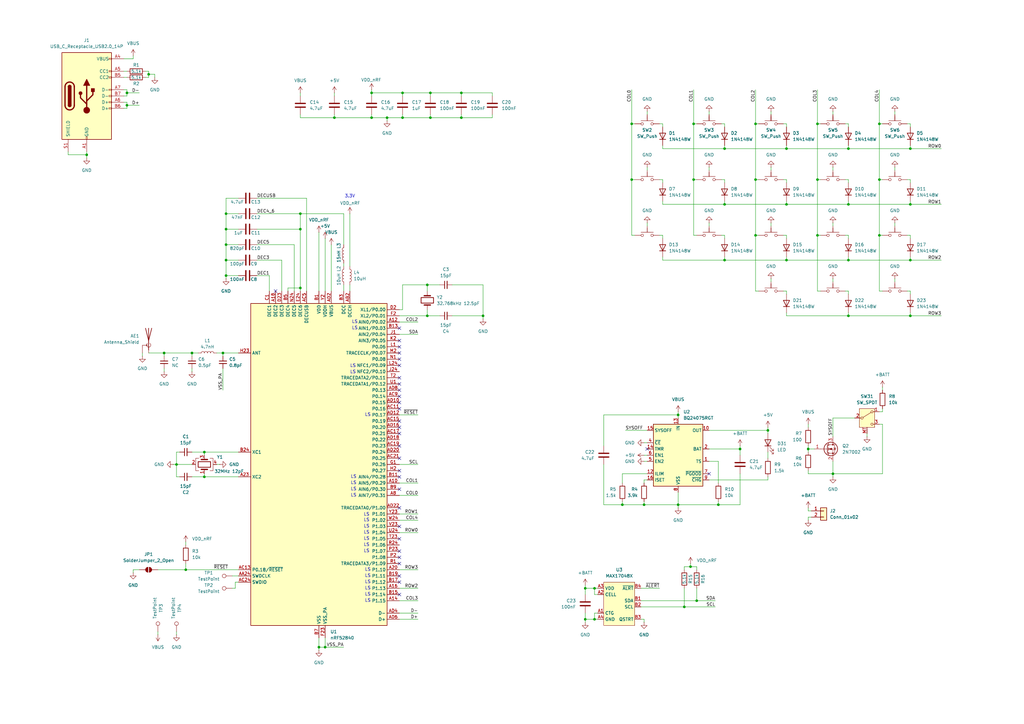
<source format=kicad_sch>
(kicad_sch (version 20250114) (generator "eeschema") (generator_version "9.0")
  (paper "A3")
  (title_block (title "Leptosis") (date "2025-07-06") (rev "v1.1") (company "Chengyin Yao (cheyao)") (comment 1 "A PG1316 Split Keyboard") (comment 2 "Solderpad License"))
  (text "LS" (at 145.034 203.2 0) (effects (font (size 1.27 1.27))))
  (text "LS" (at 150.368 213.36 0) (effects (font (size 1.27 1.27))))
  (text "LS" (at 145.542 132.08 0) (effects (font (size 1.27 1.27))))
  (text "LS" (at 150.876 246.38 0) (effects (font (size 1.27 1.27))))
  (text "LS" (at 145.034 198.12 0) (effects (font (size 1.27 1.27))))
  (text "LS" (at 150.876 243.84 0) (effects (font (size 1.27 1.27))))
  (text "LS" (at 150.368 218.44 0) (effects (font (size 1.27 1.27))))
  (text "LS" (at 144.78 150.114 0) (effects (font (size 1.27 1.27))))
  (text "LS" (at 145.034 200.66 0) (effects (font (size 1.27 1.27))))
  (text "LS" (at 145.542 134.62 0) (effects (font (size 1.27 1.27))))
  (text "LS" (at 144.78 152.654 0) (effects (font (size 1.27 1.27))))
  (text "LS" (at 150.876 241.3 0) (effects (font (size 1.27 1.27))))
  (text "LS" (at 150.368 223.52 0) (effects (font (size 1.27 1.27))))
  (text "3.3V" (at 143.51 80.518 0) (effects (font (size 1.27 1.27))))
  (text "LS" (at 150.368 226.06 0) (effects (font (size 1.27 1.27))))
  (text "LS" (at 150.876 236.22 0) (effects (font (size 1.27 1.27))))
  (text "LS" (at 145.034 195.58 0) (effects (font (size 1.27 1.27))))
  (text "LS" (at 150.876 170.18 0) (effects (font (size 1.27 1.27))))
  (text "LS" (at 150.876 233.68 0) (effects (font (size 1.27 1.27))))
  (text "LS" (at 150.876 238.76 0) (effects (font (size 1.27 1.27))))
  (text "LS" (at 150.368 215.9 0) (effects (font (size 1.27 1.27))))
  (text "LS" (at 150.368 220.98 0) (effects (font (size 1.27 1.27))))
  (text "LS" (at 150.368 211.074 0) (effects (font (size 1.27 1.27))))
  (junction (at 123.19 93.98))
  (junction (at 152.4 48.26))
  (junction (at 165.1 38.1))
  (junction (at 137.16 48.26))
  (junction (at 91.44 144.78))
  (junction (at 243.84 254))
  (junction (at 297.18 83.82))
  (junction (at 297.18 60.96))
  (junction (at 322.58 60.96))
  (junction (at 83.82 185.42))
  (junction (at 240.03 254))
  (junction (at 341.63 194.31))
  (junction (at 240.03 241.3))
  (junction (at 294.64 207.01))
  (junction (at 264.16 207.01))
  (junction (at 347.98 129.54))
  (junction (at 35.56 63.5))
  (junction (at 52.07 43.18))
  (junction (at 280.67 248.92))
  (junction (at 133.35 265.43))
  (junction (at 92.71 93.98))
  (junction (at 347.98 60.96))
  (junction (at 176.53 48.26))
  (junction (at 309.88 96.52))
  (junction (at 78.74 144.78))
  (junction (at 175.26 116.84))
  (junction (at 347.98 106.68))
  (junction (at 347.98 83.82))
  (junction (at 198.12 129.54))
  (junction (at 285.75 246.38))
  (junction (at 152.4 38.1))
  (junction (at 373.38 83.82))
  (junction (at 76.2 233.68))
  (junction (at 335.28 96.52))
  (junction (at 189.23 48.26))
  (junction (at 283.21 232.41))
  (junction (at 303.53 184.15))
  (junction (at 92.71 100.33))
  (junction (at 259.08 50.8))
  (junction (at 309.88 73.66))
  (junction (at 360.68 73.66))
  (junction (at 278.13 170.18))
  (junction (at 255.27 207.01))
  (junction (at 123.19 87.63))
  (junction (at 373.38 129.54))
  (junction (at 158.75 48.26))
  (junction (at 176.53 38.1))
  (junction (at 284.48 50.8))
  (junction (at 322.58 106.68))
  (junction (at 335.28 73.66))
  (junction (at 373.38 60.96))
  (junction (at 284.48 73.66))
  (junction (at 373.38 106.68))
  (junction (at 331.47 184.15))
  (junction (at 322.58 83.82))
  (junction (at 92.71 113.03))
  (junction (at 297.18 106.68))
  (junction (at 243.84 241.3))
  (junction (at 360.68 96.52))
  (junction (at 67.31 144.78))
  (junction (at 92.71 106.68))
  (junction (at 60.96 30.48))
  (junction (at 52.07 38.1))
  (junction (at 259.08 73.66))
  (junction (at 360.68 50.8))
  (junction (at 165.1 48.26))
  (junction (at 309.88 50.8))
  (junction (at 278.13 207.01))
  (junction (at 72.39 190.5))
  (junction (at 130.81 265.43))
  (junction (at 335.28 50.8))
  (junction (at 92.71 87.63))
  (junction (at 123.19 118.11))
  (junction (at 83.82 195.58))
  (junction (at 314.96 176.53))
  (junction (at 189.23 38.1))
  (junction (at 175.26 129.54))
  (no_connect (at 163.83 200.66))
  (no_connect (at 163.83 139.7))
  (no_connect (at 290.83 194.31))
  (no_connect (at 113.03 119.38))
  (no_connect (at 163.83 165.1))
  (no_connect (at 163.83 154.94))
  (no_connect (at 163.83 134.62))
  (no_connect (at 163.83 175.26))
  (no_connect (at 163.83 172.72))
  (no_connect (at 163.83 236.22))
  (no_connect (at 163.83 157.48))
  (no_connect (at 163.83 162.56))
  (no_connect (at 163.83 231.14))
  (no_connect (at 163.83 243.84))
  (no_connect (at 163.83 215.9))
  (no_connect (at 163.83 144.78))
  (no_connect (at 163.83 149.86))
  (no_connect (at 163.83 195.58))
  (no_connect (at 163.83 220.98))
  (no_connect (at 163.83 238.76))
  (no_connect (at 265.43 184.15))
  (no_connect (at 163.83 160.02))
  (no_connect (at 163.83 187.96))
  (no_connect (at 163.83 167.64))
  (no_connect (at 163.83 226.06))
  (no_connect (at 163.83 193.04))
  (no_connect (at 163.83 182.88))
  (no_connect (at 163.83 228.6))
  (no_connect (at 163.83 208.28))
  (no_connect (at 163.83 142.24))
  (no_connect (at 163.83 147.32))
  (no_connect (at 163.83 177.8))
  (wire (pts (xy 240.03 251.46) (xy 240.03 254)))
  (wire (pts (xy 163.83 210.82) (xy 171.45 210.82)))
  (wire (pts (xy 271.78 73.66) (xy 270.51 73.66)))
  (wire (pts (xy 284.48 96.52) (xy 285.75 96.52)))
  (wire (pts (xy 92.71 113.03) (xy 92.71 114.3)))
  (wire (pts (xy 322.58 129.54) (xy 347.98 129.54)))
  (wire (pts (xy 163.83 137.16) (xy 171.45 137.16)))
  (wire (pts (xy 140.97 265.43) (xy 133.35 265.43)))
  (wire (pts (xy 264.16 189.23) (xy 265.43 189.23)))
  (wire (pts (xy 373.38 83.82) (xy 386.08 83.82)))
  (wire (pts (xy 309.88 96.52) (xy 309.88 119.38)))
  (wire (pts (xy 83.82 195.58) (xy 83.82 194.31)))
  (wire (pts (xy 152.4 48.26) (xy 137.16 48.26)))
  (wire (pts (xy 341.63 68.58) (xy 341.63 69.85)))
  (wire (pts (xy 322.58 120.65) (xy 322.58 119.38)))
  (wire (pts (xy 201.93 48.26) (xy 189.23 48.26)))
  (wire (pts (xy 123.19 93.98) (xy 123.19 118.11)))
  (wire (pts (xy 176.53 46.99) (xy 176.53 48.26)))
  (wire (pts (xy 255.27 207.01) (xy 264.16 207.01)))
  (wire (pts (xy 278.13 170.18) (xy 278.13 171.45)))
  (wire (pts (xy 360.68 50.8) (xy 360.68 73.66)))
  (wire (pts (xy 165.1 116.84) (xy 175.26 116.84)))
  (wire (pts (xy 92.71 106.68) (xy 92.71 113.03)))
  (wire (pts (xy 309.88 36.83) (xy 309.88 50.8)))
  (wire (pts (xy 341.63 91.44) (xy 341.63 92.71)))
  (wire (pts (xy 331.47 194.31) (xy 331.47 193.04)))
  (wire (pts (xy 88.9 144.78) (xy 91.44 144.78)))
  (wire (pts (xy 72.39 190.5) (xy 78.74 190.5)))
  (wire (pts (xy 373.38 74.93) (xy 373.38 73.66)))
  (wire (pts (xy 335.28 50.8) (xy 335.28 73.66)))
  (wire (pts (xy 331.47 184.15) (xy 334.01 184.15)))
  (wire (pts (xy 105.41 106.68) (xy 115.57 106.68)))
  (wire (pts (xy 163.83 213.36) (xy 171.45 213.36)))
  (wire (pts (xy 347.98 106.68) (xy 373.38 106.68)))
  (wire (pts (xy 322.58 52.07) (xy 322.58 50.8)))
  (wire (pts (xy 262.89 248.92) (xy 280.67 248.92)))
  (wire (pts (xy 259.08 73.66) (xy 259.08 96.52)))
  (wire (pts (xy 347.98 50.8) (xy 346.71 50.8)))
  (wire (pts (xy 271.78 83.82) (xy 271.78 82.55)))
  (wire (pts (xy 271.78 106.68) (xy 271.78 105.41)))
  (wire (pts (xy 265.43 91.44) (xy 265.43 92.71)))
  (wire (pts (xy 158.75 48.26) (xy 152.4 48.26)))
  (wire (pts (xy 297.18 83.82) (xy 297.18 82.55)))
  (wire (pts (xy 201.93 38.1) (xy 201.93 39.37)))
  (wire (pts (xy 367.03 91.44) (xy 367.03 92.71)))
  (wire (pts (xy 76.2 222.25) (xy 76.2 223.52)))
  (wire (pts (xy 143.51 109.22) (xy 143.51 87.63)))
  (wire (pts (xy 335.28 119.38) (xy 336.55 119.38)))
  (wire (pts (xy 297.18 60.96) (xy 297.18 59.69)))
  (wire (pts (xy 78.74 144.78) (xy 67.31 144.78)))
  (wire (pts (xy 176.53 48.26) (xy 165.1 48.26)))
  (wire (pts (xy 331.47 213.36) (xy 331.47 212.09)))
  (wire (pts (xy 175.26 129.54) (xy 180.34 129.54)))
  (wire (pts (xy 294.64 189.23) (xy 294.64 198.12)))
  (wire (pts (xy 278.13 168.91) (xy 278.13 170.18)))
  (wire (pts (xy 322.58 83.82) (xy 322.58 82.55)))
  (wire (pts (xy 140.97 87.63) (xy 123.19 87.63)))
  (wire (pts (xy 367.03 68.58) (xy 367.03 69.85)))
  (wire (pts (xy 335.28 73.66) (xy 336.55 73.66)))
  (wire (pts (xy 243.84 254) (xy 245.11 254)))
  (wire (pts (xy 284.48 36.83) (xy 284.48 50.8)))
  (wire (pts (xy 271.78 96.52) (xy 270.51 96.52)))
  (wire (pts (xy 347.98 106.68) (xy 347.98 105.41)))
  (wire (pts (xy 240.03 241.3) (xy 240.03 243.84)))
  (wire (pts (xy 347.98 52.07) (xy 347.98 50.8)))
  (wire (pts (xy 314.96 185.42) (xy 314.96 187.96)))
  (wire (pts (xy 347.98 120.65) (xy 347.98 119.38)))
  (wire (pts (xy 60.96 29.21) (xy 60.96 30.48)))
  (wire (pts (xy 50.8 39.37) (xy 52.07 39.37)))
  (wire (pts (xy 71.12 190.5) (xy 72.39 190.5)))
  (wire (pts (xy 54.61 233.68) (xy 57.15 233.68)))
  (wire (pts (xy 97.79 144.78) (xy 91.44 144.78)))
  (wire (pts (xy 163.83 127) (xy 165.1 127)))
  (wire (pts (xy 284.48 73.66) (xy 284.48 96.52)))
  (wire (pts (xy 262.89 246.38) (xy 285.75 246.38)))
  (wire (pts (xy 125.73 81.28) (xy 125.73 119.38)))
  (wire (pts (xy 243.84 243.84) (xy 243.84 241.3)))
  (wire (pts (xy 60.96 31.75) (xy 59.69 31.75)))
  (wire (pts (xy 52.07 44.45) (xy 50.8 44.45)))
  (wire (pts (xy 373.38 60.96) (xy 386.08 60.96)))
  (wire (pts (xy 262.89 241.3) (xy 270.51 241.3)))
  (wire (pts (xy 52.07 38.1) (xy 52.07 36.83)))
  (wire (pts (xy 245.11 243.84) (xy 243.84 243.84)))
  (wire (pts (xy 290.83 189.23) (xy 294.64 189.23)))
  (wire (pts (xy 165.1 46.99) (xy 165.1 48.26)))
  (wire (pts (xy 284.48 50.8) (xy 284.48 73.66)))
  (wire (pts (xy 67.31 144.78) (xy 67.31 146.05)))
  (wire (pts (xy 140.97 107.95) (xy 140.97 109.22)))
  (wire (pts (xy 165.1 48.26) (xy 158.75 48.26)))
  (wire (pts (xy 264.16 205.74) (xy 264.16 207.01)))
  (wire (pts (xy 163.83 233.68) (xy 171.45 233.68)))
  (wire (pts (xy 76.2 233.68) (xy 97.79 233.68)))
  (wire (pts (xy 314.96 176.53) (xy 314.96 177.8)))
  (wire (pts (xy 361.95 194.31) (xy 341.63 194.31)))
  (wire (pts (xy 163.83 218.44) (xy 171.45 218.44)))
  (wire (pts (xy 347.98 73.66) (xy 346.71 73.66)))
  (wire (pts (xy 64.77 233.68) (xy 76.2 233.68)))
  (wire (pts (xy 280.67 241.3) (xy 280.67 248.92)))
  (wire (pts (xy 322.58 74.93) (xy 322.58 73.66)))
  (wire (pts (xy 105.41 87.63) (xy 123.19 87.63)))
  (wire (pts (xy 35.56 62.23) (xy 35.56 63.5)))
  (wire (pts (xy 361.95 168.91) (xy 360.68 168.91)))
  (wire (pts (xy 297.18 73.66) (xy 295.91 73.66)))
  (wire (pts (xy 335.28 50.8) (xy 336.55 50.8)))
  (wire (pts (xy 341.63 45.72) (xy 341.63 46.99)))
  (wire (pts (xy 283.21 232.41) (xy 280.67 232.41)))
  (wire (pts (xy 198.12 129.54) (xy 198.12 130.81)))
  (wire (pts (xy 63.5 31.75) (xy 63.5 30.48)))
  (wire (pts (xy 118.11 118.11) (xy 118.11 119.38)))
  (wire (pts (xy 264.16 196.85) (xy 264.16 198.12)))
  (wire (pts (xy 105.41 113.03) (xy 110.49 113.03)))
  (wire (pts (xy 360.68 73.66) (xy 360.68 96.52)))
  (wire (pts (xy 50.8 31.75) (xy 52.07 31.75)))
  (wire (pts (xy 163.83 254) (xy 171.45 254)))
  (wire (pts (xy 297.18 106.68) (xy 297.18 105.41)))
  (wire (pts (xy 309.88 50.8) (xy 311.15 50.8)))
  (wire (pts (xy 373.38 73.66) (xy 372.11 73.66)))
  (wire (pts (xy 278.13 170.18) (xy 247.65 170.18)))
  (wire (pts (xy 243.84 241.3) (xy 240.03 241.3)))
  (wire (pts (xy 120.65 100.33) (xy 120.65 119.38)))
  (wire (pts (xy 158.75 48.26) (xy 158.75 49.53)))
  (wire (pts (xy 105.41 93.98) (xy 123.19 93.98)))
  (wire (pts (xy 92.71 113.03) (xy 97.79 113.03)))
  (wire (pts (xy 243.84 251.46) (xy 243.84 254)))
  (wire (pts (xy 316.23 45.72) (xy 316.23 46.99)))
  (wire (pts (xy 322.58 60.96) (xy 322.58 59.69)))
  (wire (pts (xy 78.74 195.58) (xy 83.82 195.58)))
  (wire (pts (xy 137.16 48.26) (xy 137.16 46.99)))
  (wire (pts (xy 347.98 74.93) (xy 347.98 73.66)))
  (wire (pts (xy 140.97 116.84) (xy 140.97 119.38)))
  (wire (pts (xy 271.78 60.96) (xy 271.78 59.69)))
  (wire (pts (xy 347.98 83.82) (xy 373.38 83.82)))
  (wire (pts (xy 255.27 207.01) (xy 255.27 205.74)))
  (wire (pts (xy 335.28 36.83) (xy 335.28 50.8)))
  (wire (pts (xy 341.63 171.45) (xy 350.52 171.45)))
  (wire (pts (xy 52.07 41.91) (xy 52.07 43.18)))
  (wire (pts (xy 130.81 261.62) (xy 130.81 265.43)))
  (wire (pts (xy 314.96 176.53) (xy 290.83 176.53)))
  (wire (pts (xy 201.93 46.99) (xy 201.93 48.26)))
  (wire (pts (xy 331.47 173.99) (xy 331.47 175.26)))
  (wire (pts (xy 130.81 265.43) (xy 133.35 265.43)))
  (wire (pts (xy 360.68 96.52) (xy 361.95 96.52)))
  (wire (pts (xy 373.38 106.68) (xy 386.08 106.68)))
  (wire (pts (xy 130.81 95.25) (xy 130.81 119.38)))
  (wire (pts (xy 264.16 181.61) (xy 265.43 181.61)))
  (wire (pts (xy 175.26 116.84) (xy 175.26 119.38)))
  (wire (pts (xy 123.19 118.11) (xy 118.11 118.11)))
  (wire (pts (xy 60.96 30.48) (xy 63.5 30.48)))
  (wire (pts (xy 316.23 114.3) (xy 316.23 115.57)))
  (wire (pts (xy 314.96 196.85) (xy 290.83 196.85)))
  (wire (pts (xy 278.13 201.93) (xy 278.13 207.01)))
  (wire (pts (xy 331.47 209.55) (xy 331.47 208.28)))
  (wire (pts (xy 78.74 185.42) (xy 83.82 185.42)))
  (wire (pts (xy 255.27 198.12) (xy 255.27 194.31)))
  (wire (pts (xy 285.75 241.3) (xy 285.75 246.38)))
  (wire (pts (xy 163.83 170.18) (xy 171.45 170.18)))
  (wire (pts (xy 347.98 60.96) (xy 347.98 59.69)))
  (wire (pts (xy 309.88 73.66) (xy 311.15 73.66)))
  (wire (pts (xy 97.79 87.63) (xy 92.71 87.63)))
  (wire (pts (xy 341.63 114.3) (xy 341.63 115.57)))
  (wire (pts (xy 264.16 186.69) (xy 265.43 186.69)))
  (wire (pts (xy 373.38 129.54) (xy 373.38 128.27)))
  (wire (pts (xy 185.42 129.54) (xy 198.12 129.54)))
  (wire (pts (xy 373.38 60.96) (xy 373.38 59.69)))
  (wire (pts (xy 322.58 119.38) (xy 321.31 119.38)))
  (wire (pts (xy 335.28 96.52) (xy 336.55 96.52)))
  (wire (pts (xy 247.65 170.18) (xy 247.65 182.88)))
  (wire (pts (xy 255.27 194.31) (xy 265.43 194.31)))
  (wire (pts (xy 309.88 73.66) (xy 309.88 96.52)))
  (wire (pts (xy 341.63 194.31) (xy 341.63 195.58)))
  (wire (pts (xy 361.95 173.99) (xy 360.68 173.99)))
  (wire (pts (xy 64.77 259.08) (xy 64.77 260.35)))
  (wire (pts (xy 360.68 50.8) (xy 361.95 50.8)))
  (wire (pts (xy 297.18 83.82) (xy 322.58 83.82)))
  (wire (pts (xy 271.78 83.82) (xy 297.18 83.82)))
  (wire (pts (xy 137.16 38.1) (xy 137.16 39.37)))
  (wire (pts (xy 123.19 38.1) (xy 123.19 39.37)))
  (wire (pts (xy 165.1 127) (xy 165.1 116.84)))
  (wire (pts (xy 27.94 63.5) (xy 27.94 62.23)))
  (wire (pts (xy 171.45 203.2) (xy 163.83 203.2)))
  (wire (pts (xy 72.39 185.42) (xy 72.39 190.5)))
  (wire (pts (xy 347.98 97.79) (xy 347.98 96.52)))
  (wire (pts (xy 185.42 116.84) (xy 198.12 116.84)))
  (wire (pts (xy 115.57 106.68) (xy 115.57 119.38)))
  (wire (pts (xy 259.08 73.66) (xy 260.35 73.66)))
  (wire (pts (xy 83.82 185.42) (xy 97.79 185.42)))
  (wire (pts (xy 67.31 151.13) (xy 67.31 152.4)))
  (wire (pts (xy 198.12 116.84) (xy 198.12 129.54)))
  (wire (pts (xy 347.98 96.52) (xy 346.71 96.52)))
  (wire (pts (xy 294.64 207.01) (xy 294.64 205.74)))
  (wire (pts (xy 240.03 254) (xy 240.03 255.27)))
  (wire (pts (xy 110.49 113.03) (xy 110.49 119.38)))
  (wire (pts (xy 265.43 68.58) (xy 265.43 69.85)))
  (wire (pts (xy 367.03 114.3) (xy 367.03 115.57)))
  (wire (pts (xy 303.53 182.88) (xy 303.53 184.15)))
  (wire (pts (xy 347.98 60.96) (xy 373.38 60.96)))
  (wire (pts (xy 335.28 96.52) (xy 335.28 119.38)))
  (wire (pts (xy 322.58 50.8) (xy 321.31 50.8)))
  (wire (pts (xy 280.67 248.92) (xy 293.37 248.92)))
  (wire (pts (xy 297.18 52.07) (xy 297.18 50.8)))
  (wire (pts (xy 373.38 129.54) (xy 386.08 129.54)))
  (wire (pts (xy 123.19 87.63) (xy 123.19 93.98)))
  (wire (pts (xy 152.4 38.1) (xy 152.4 39.37)))
  (wire (pts (xy 189.23 46.99) (xy 189.23 48.26)))
  (wire (pts (xy 123.19 119.38) (xy 123.19 118.11)))
  (wire (pts (xy 91.44 144.78) (xy 91.44 146.05)))
  (wire (pts (xy 316.23 68.58) (xy 316.23 69.85)))
  (wire (pts (xy 54.61 24.13) (xy 50.8 24.13)))
  (wire (pts (xy 264.16 254) (xy 262.89 254)))
  (wire (pts (xy 52.07 43.18) (xy 57.15 43.18)))
  (wire (pts (xy 297.18 74.93) (xy 297.18 73.66)))
  (wire (pts (xy 278.13 207.01) (xy 294.64 207.01)))
  (wire (pts (xy 189.23 38.1) (xy 189.23 39.37)))
  (wire (pts (xy 35.56 63.5) (xy 35.56 64.77)))
  (wire (pts (xy 92.71 100.33) (xy 92.71 106.68)))
  (wire (pts (xy 96.52 241.3) (xy 95.25 241.3)))
  (wire (pts (xy 271.78 106.68) (xy 297.18 106.68)))
  (wire (pts (xy 175.26 129.54) (xy 175.26 127)))
  (wire (pts (xy 314.96 195.58) (xy 314.96 196.85)))
  (wire (pts (xy 309.88 119.38) (xy 311.15 119.38)))
  (wire (pts (xy 280.67 232.41) (xy 280.67 233.68)))
  (wire (pts (xy 285.75 246.38) (xy 293.37 246.38)))
  (wire (pts (xy 163.83 251.46) (xy 171.45 251.46)))
  (wire (pts (xy 373.38 96.52) (xy 372.11 96.52)))
  (wire (pts (xy 271.78 97.79) (xy 271.78 96.52)))
  (wire (pts (xy 265.43 196.85) (xy 264.16 196.85)))
  (wire (pts (xy 59.69 29.21) (xy 60.96 29.21)))
  (wire (pts (xy 95.25 236.22) (xy 97.79 236.22)))
  (wire (pts (xy 58.42 144.78) (xy 58.42 146.05)))
  (wire (pts (xy 73.66 195.58) (xy 72.39 195.58)))
  (wire (pts (xy 347.98 83.82) (xy 347.98 82.55)))
  (wire (pts (xy 54.61 22.86) (xy 54.61 24.13)))
  (wire (pts (xy 91.44 151.13) (xy 91.44 160.02)))
  (wire (pts (xy 137.16 48.26) (xy 123.19 48.26)))
  (wire (pts (xy 97.79 195.58) (xy 83.82 195.58)))
  (wire (pts (xy 284.48 50.8) (xy 285.75 50.8)))
  (wire (pts (xy 316.23 91.44) (xy 316.23 92.71)))
  (wire (pts (xy 52.07 43.18) (xy 52.07 44.45)))
  (wire (pts (xy 341.63 189.23) (xy 341.63 194.31)))
  (wire (pts (xy 83.82 186.69) (xy 83.82 185.42)))
  (wire (pts (xy 331.47 185.42) (xy 331.47 184.15)))
  (wire (pts (xy 322.58 96.52) (xy 321.31 96.52)))
  (wire (pts (xy 92.71 81.28) (xy 92.71 87.63)))
  (wire (pts (xy 290.83 184.15) (xy 303.53 184.15)))
  (wire (pts (xy 278.13 207.01) (xy 278.13 208.28)))
  (wire (pts (xy 81.28 144.78) (xy 78.74 144.78)))
  (wire (pts (xy 284.48 73.66) (xy 285.75 73.66)))
  (wire (pts (xy 271.78 74.93) (xy 271.78 73.66)))
  (wire (pts (xy 97.79 81.28) (xy 92.71 81.28)))
  (wire (pts (xy 283.21 232.41) (xy 285.75 232.41)))
  (wire (pts (xy 92.71 93.98) (xy 92.71 100.33)))
  (wire (pts (xy 341.63 171.45) (xy 341.63 179.07)))
  (wire (pts (xy 271.78 52.07) (xy 271.78 50.8)))
  (wire (pts (xy 52.07 39.37) (xy 52.07 38.1)))
  (wire (pts (xy 367.03 45.72) (xy 367.03 46.99)))
  (wire (pts (xy 259.08 36.83) (xy 259.08 50.8)))
  (wire (pts (xy 335.28 73.66) (xy 335.28 96.52)))
  (wire (pts (xy 165.1 38.1) (xy 176.53 38.1)))
  (wire (pts (xy 171.45 198.12) (xy 163.83 198.12)))
  (wire (pts (xy 92.71 100.33) (xy 97.79 100.33)))
  (wire (pts (xy 133.35 97.79) (xy 133.35 119.38)))
  (wire (pts (xy 355.6 177.8) (xy 355.6 179.07)))
  (wire (pts (xy 133.35 261.62) (xy 133.35 265.43)))
  (wire (pts (xy 290.83 91.44) (xy 290.83 92.71)))
  (wire (pts (xy 92.71 93.98) (xy 97.79 93.98)))
  (wire (pts (xy 373.38 97.79) (xy 373.38 96.52)))
  (wire (pts (xy 331.47 182.88) (xy 331.47 184.15)))
  (wire (pts (xy 322.58 129.54) (xy 322.58 128.27)))
  (wire (pts (xy 290.83 68.58) (xy 290.83 69.85)))
  (wire (pts (xy 322.58 97.79) (xy 322.58 96.52)))
  (wire (pts (xy 309.88 96.52) (xy 311.15 96.52)))
  (wire (pts (xy 240.03 240.03) (xy 240.03 241.3)))
  (wire (pts (xy 373.38 52.07) (xy 373.38 50.8)))
  (wire (pts (xy 297.18 97.79) (xy 297.18 96.52)))
  (wire (pts (xy 290.83 45.72) (xy 290.83 46.99)))
  (wire (pts (xy 271.78 50.8) (xy 270.51 50.8)))
  (wire (pts (xy 88.9 190.5) (xy 90.17 190.5)))
  (wire (pts (xy 303.53 184.15) (xy 303.53 186.69)))
  (wire (pts (xy 322.58 106.68) (xy 347.98 106.68)))
  (wire (pts (xy 243.84 241.3) (xy 245.11 241.3)))
  (wire (pts (xy 96.52 241.3) (xy 96.52 238.76)))
  (wire (pts (xy 35.56 63.5) (xy 27.94 63.5)))
  (wire (pts (xy 78.74 144.78) (xy 78.74 146.05)))
  (wire (pts (xy 347.98 119.38) (xy 346.71 119.38)))
  (wire (pts (xy 347.98 129.54) (xy 347.98 128.27)))
  (wire (pts (xy 347.98 129.54) (xy 373.38 129.54)))
  (wire (pts (xy 143.51 116.84) (xy 143.51 119.38)))
  (wire (pts (xy 322.58 83.82) (xy 347.98 83.82)))
  (wire (pts (xy 189.23 48.26) (xy 176.53 48.26)))
  (wire (pts (xy 360.68 119.38) (xy 361.95 119.38)))
  (wire (pts (xy 264.16 207.01) (xy 278.13 207.01)))
  (wire (pts (xy 50.8 41.91) (xy 52.07 41.91)))
  (wire (pts (xy 259.08 50.8) (xy 259.08 73.66)))
  (wire (pts (xy 92.71 106.68) (xy 97.79 106.68)))
  (wire (pts (xy 360.68 36.83) (xy 360.68 50.8)))
  (wire (pts (xy 264.16 255.27) (xy 264.16 254)))
  (wire (pts (xy 373.38 106.68) (xy 373.38 105.41)))
  (wire (pts (xy 373.38 120.65) (xy 373.38 119.38)))
  (wire (pts (xy 171.45 246.38) (xy 163.83 246.38)))
  (wire (pts (xy 373.38 119.38) (xy 372.11 119.38)))
  (wire (pts (xy 271.78 60.96) (xy 297.18 60.96)))
  (wire (pts (xy 314.96 175.26) (xy 314.96 176.53)))
  (wire (pts (xy 140.97 100.33) (xy 140.97 87.63)))
  (wire (pts (xy 361.95 158.75) (xy 361.95 160.02)))
  (wire (pts (xy 322.58 60.96) (xy 347.98 60.96)))
  (wire (pts (xy 331.47 212.09) (xy 332.74 212.09)))
  (wire (pts (xy 360.68 96.52) (xy 360.68 119.38)))
  (wire (pts (xy 297.18 60.96) (xy 322.58 60.96)))
  (wire (pts (xy 72.39 195.58) (xy 72.39 190.5)))
  (wire (pts (xy 105.41 100.33) (xy 120.65 100.33)))
  (wire (pts (xy 73.66 185.42) (xy 72.39 185.42)))
  (wire (pts (xy 297.18 106.68) (xy 322.58 106.68)))
  (wire (pts (xy 332.74 209.55) (xy 331.47 209.55)))
  (wire (pts (xy 175.26 116.84) (xy 180.34 116.84)))
  (wire (pts (xy 297.18 96.52) (xy 295.91 96.52)))
  (wire (pts (xy 165.1 38.1) (xy 165.1 39.37)))
  (wire (pts (xy 373.38 50.8) (xy 372.11 50.8)))
  (wire (pts (xy 189.23 38.1) (xy 201.93 38.1)))
  (wire (pts (xy 243.84 251.46) (xy 245.11 251.46)))
  (wire (pts (xy 360.68 73.66) (xy 361.95 73.66)))
  (wire (pts (xy 176.53 38.1) (xy 189.23 38.1)))
  (wire (pts (xy 283.21 231.14) (xy 283.21 232.41)))
  (wire (pts (xy 171.45 132.08) (xy 163.83 132.08)))
  (wire (pts (xy 105.41 81.28) (xy 125.73 81.28)))
  (wire (pts (xy 60.96 30.48) (xy 60.96 31.75)))
  (wire (pts (xy 96.52 238.76) (xy 97.79 238.76)))
  (wire (pts (xy 52.07 36.83) (xy 50.8 36.83)))
  (wire (pts (xy 171.45 241.3) (xy 163.83 241.3)))
  (wire (pts (xy 163.83 129.54) (xy 175.26 129.54)))
  (wire (pts (xy 265.43 45.72) (xy 265.43 46.99)))
  (wire (pts (xy 247.65 207.01) (xy 255.27 207.01)))
  (wire (pts (xy 72.39 259.08) (xy 72.39 260.35)))
  (wire (pts (xy 152.4 36.83) (xy 152.4 38.1)))
  (wire (pts (xy 303.53 207.01) (xy 294.64 207.01)))
  (wire (pts (xy 163.83 190.5) (xy 171.45 190.5)))
  (wire (pts (xy 309.88 50.8) (xy 309.88 73.66)))
  (wire (pts (xy 373.38 83.82) (xy 373.38 82.55)))
  (wire (pts (xy 123.19 48.26) (xy 123.19 46.99)))
  (wire (pts (xy 259.08 50.8) (xy 260.35 50.8)))
  (wire (pts (xy 361.95 167.64) (xy 361.95 168.91)))
  (wire (pts (xy 285.75 232.41) (xy 285.75 233.68)))
  (wire (pts (xy 247.65 190.5) (xy 247.65 207.01)))
  (wire (pts (xy 322.58 73.66) (xy 321.31 73.66)))
  (wire (pts (xy 303.53 194.31) (xy 303.53 207.01)))
  (wire (pts (xy 57.15 38.1) (xy 52.07 38.1)))
  (wire (pts (xy 50.8 29.21) (xy 52.07 29.21)))
  (wire (pts (xy 256.54 176.53) (xy 265.43 176.53)))
  (wire (pts (xy 135.89 100.33) (xy 135.89 119.38)))
  (wire (pts (xy 361.95 173.99) (xy 361.95 194.31)))
  (wire (pts (xy 92.71 87.63) (xy 92.71 93.98)))
  (wire (pts (xy 176.53 38.1) (xy 176.53 39.37)))
  (wire (pts (xy 152.4 38.1) (xy 165.1 38.1)))
  (wire (pts (xy 322.58 106.68) (xy 322.58 105.41)))
  (wire (pts (xy 60.96 144.78) (xy 67.31 144.78)))
  (wire (pts (xy 297.18 50.8) (xy 295.91 50.8)))
  (wire (pts (xy 78.74 151.13) (xy 78.74 152.4)))
  (wire (pts (xy 152.4 48.26) (xy 152.4 46.99)))
  (wire (pts (xy 240.03 254) (xy 243.84 254)))
  (wire (pts (xy 54.61 234.95) (xy 54.61 233.68)))
  (wire (pts (xy 76.2 231.14) (xy 76.2 233.68)))
  (wire (pts (xy 341.63 194.31) (xy 331.47 194.31)))
  (wire (pts (xy 259.08 96.52) (xy 260.35 96.52)))
  (wire (pts (xy 130.81 266.7) (xy 130.81 265.43)))
  (label "~{ALERT}" (at 270.51 241.3 180))
  (label "ROW1" (at 171.45 210.82 180))
  (label "SDA" (at 171.45 137.16 180))
  (label "SCL" (at 293.37 248.92 180))
  (label "COL4" (at 171.45 213.36 180))
  (label "SYSOFF" (at 256.54 176.53 0))
  (label "COL2" (at 171.45 132.08 180))
  (label "COL3" (at 171.45 246.38 180))
  (label "COL0" (at 259.08 36.83 270))
  (label "VSS_PA" (at 140.97 265.43 180))
  (label "SYSOFF" (at 341.63 171.45 270))
  (label "ROW0" (at 386.08 60.96 180))
  (label "SDA" (at 293.37 246.38 180))
  (label "ROW3" (at 386.08 129.54 180))
  (label "DEC5" (at 105.41 100.33 0))
  (label "COL2" (at 309.88 36.83 270))
  (label "D-" (at 171.45 251.46 180))
  (label "DEC4_6" (at 105.41 87.63 0))
  (label "D-" (at 57.15 38.1 180))
  (label "SCL" (at 171.45 190.5 180))
  (label "~{RESET}" (at 87.63 233.68 0))
  (label "VSS_PA" (at 91.44 160.02 90))
  (label "COL4" (at 360.68 36.83 270))
  (label "DECUSB" (at 105.41 81.28 0))
  (label "ROW1" (at 386.08 83.82 180))
  (label "DEC1" (at 105.41 113.03 0))
  (label "COL1" (at 171.45 198.12 180))
  (label "ROW0" (at 171.45 218.44 180))
  (label "D+" (at 171.45 254 180))
  (label "ROW2" (at 171.45 241.3 180))
  (label "DEC3" (at 105.41 106.68 0))
  (label "COL3" (at 335.28 36.83 270))
  (label "COL0" (at 171.45 203.2 180))
  (label "COL1" (at 284.48 36.83 270))
  (label "ROW3" (at 171.45 233.68 180))
  (label "~{RESET}" (at 171.45 170.18 180))
  (label "D+" (at 57.15 43.18 180))
  (label "ROW2" (at 386.08 106.68 180))
  (symbol (lib_id "Transistor_FET:2N7002") (at 339.09 184.15 0) (unit 1)
    (property "Reference" "Q2" (at 345.44 182.8799 0) (effects (justify left)))
    (property "Value" "2N7002" (at 345.44 185.4199 0) (effects (justify left)))
    (property "Footprint" "Package_TO_SOT_SMD:SOT-23" (effects (hide yes)))
    (property "Datasheet" "https://www.onsemi.com/pub/Collateral/NDS7002A-D.PDF" (effects (hide yes)))
    (property "Description" "0.115A Id, 60V Vds, N-Channel MOSFET, SOT-23" (effects (hide yes)))
    (property "LCSC Part #" "C8545" (effects (hide yes)))
  )
  (symbol (lib_id "power:+5V") (at 314.96 175.26 0) (unit 1)
    (property "Reference" "#PWR052" (effects (hide yes)))
    (property "Value" "+5V" (at 314.96 170.18 0))
    (property "Description" "Power symbol creates a global label with name \"+5V\"" (effects (hide yes)))
  )
  (symbol (lib_id "power:GND") (at 316.23 114.3 180) (unit 1)
    (property "Reference" "#PWR041" (effects (hide yes)))
    (property "Value" "GND" (at 316.23 109.22 0))
    (property "Description" "Power symbol creates a global label with name \"GND\" , ground" (effects (hide yes)))
  )
  (symbol (lib_id "Device:C_Small") (at 78.74 148.59 0) (unit 1)
    (property "Reference" "C6" (at 81.28 147.3262 0) (effects (justify left)))
    (property "Value" "0.5pF" (at 81.28 149.8662 0) (effects (justify left)))
    (property "Footprint" "Capacitor_SMD:C_0402_1005Metric" (effects (hide yes)))
    (property "Description" "Unpolarized capacitor, small symbol" (effects (hide yes)))
    (property "Notes" "Capacitor, NP0, ±5%" (effects (hide yes)))
    (property "LCSC Part #" "C76912" (effects (hide yes)))
  )
  (symbol (lib_id "leptosis-lib:VDD_nRF") (at 130.81 95.25 0) (unit 1)
    (property "Reference" "#PWR015" (effects (hide yes)))
    (property "Value" "VDD_nRF" (at 130.81 90.17 0))
    (property "Description" "Power symbol creates a global label with name \"VDD_nRF\"" (effects (hide yes)))
  )
  (symbol (lib_id "Device:L") (at 85.09 144.78 90) (unit 1)
    (property "Reference" "L1" (at 85.09 139.7 90))
    (property "Value" "4.7nH" (at 85.09 142.24 90))
    (property "Footprint" "Inductor_SMD:L_0402_1005Metric" (effects (hide yes)))
    (property "Description" "Inductor" (effects (hide yes)))
    (property "Notes" "High frequency chip inductor ±5%" (effects (hide yes)))
    (property "LCSC Part #" "C86065" (effects (hide yes)))
  )
  (symbol (lib_id "Device:L") (at 143.51 113.03 0) (mirror x) (unit 1)
    (property "Reference" "L4" (at 145.034 111.76 0) (effects (justify left)))
    (property "Value" "10uH" (at 145.034 114.3 0) (effects (justify left)))
    (property "Footprint" "Inductor_SMD:L_0603_1608Metric" (effects (hide yes)))
    (property "Description" "Inductor" (effects (hide yes)))
    (property "Notes" "Chip inductor, IDC, min = 80 mA, ±20%" (effects (hide yes)))
    (property "LCSC Part #" "C86083" (effects (hide yes)))
  )
  (symbol (lib_id "power:VBUS") (at 64.77 260.35 180) (unit 1)
    (property "Reference" "#PWR069" (effects (hide yes)))
    (property "Value" "VBUS" (at 64.77 265.43 0))
    (property "Description" "Power symbol creates a global label with name \"VBUS\"" (effects (hide yes)))
  )
  (symbol (lib_id "leptosis-lib:SW_Push_MP") (at 367.03 119.38 0) (unit 1)
    (property "Reference" "SW24" (effects (hide yes)))
    (property "Value" "SW_Push" (effects (hide yes)))
    (property "Footprint" "PCM_marbastlib-xp-choc:SW_PG1316S" (effects (hide yes)))
    (property "Description" "Push button switch, generic, two pins, with mounting point" (effects (hide yes)))
  )
  (symbol (lib_id "Device:C") (at 189.23 43.18 0) (unit 1)
    (property "Reference" "C19" (at 193.04 41.9099 0) (effects (justify left)))
    (property "Value" "100nF" (at 193.04 44.4499 0) (effects (justify left)))
    (property "Footprint" "Capacitor_SMD:C_0402_1005Metric" (effects (hide yes)))
    (property "Description" "Unpolarized capacitor" (effects (hide yes)))
    (property "Notes" "Capacitor, X7R, ±10%" (effects (hide yes)))
    (property "LCSC Part #" "C1525 " (effects (hide yes)))
  )
  (symbol (lib_id "Connector_Generic:Conn_01x02") (at 337.82 209.55 0) (unit 1) (in_bom no)
    (property "Reference" "J2" (at 340.36 209.5499 0) (effects (justify left)))
    (property "Value" "Conn_01x02" (at 340.36 212.0899 0) (effects (justify left)))
    (property "Footprint" "Connector_PinSocket_2.54mm:PinSocket_1x02_P2.54mm_Vertical" (effects (hide yes)))
    (property "Description" "Generic connector, single row, 01x02, script generated (kicad-library-utils/schlib/autogen/connector/)" (effects (hide yes)))
  )
  (symbol (lib_id "power:GND") (at 367.03 91.44 180) (unit 1)
    (property "Reference" "#PWR037" (effects (hide yes)))
    (property "Value" "GND" (at 367.03 86.36 0))
    (property "Description" "Power symbol creates a global label with name \"GND\" , ground" (effects (hide yes)))
  )
  (symbol (lib_id "Device:C") (at 303.53 190.5 0) (unit 1)
    (property "Reference" "C21" (at 307.34 189.2299 0) (effects (justify left)))
    (property "Value" "4.7uF" (at 307.34 191.7699 0) (effects (justify left)))
    (property "Footprint" "Capacitor_SMD:C_0603_1608Metric" (effects (hide yes)))
    (property "Description" "Unpolarized capacitor" (effects (hide yes)))
    (property "LCSC Part #" "C19666 " (effects (hide yes)))
  )
  (symbol (lib_id "MCU_Nordic:nRF52840") (at 130.81 190.5 0) (unit 1)
    (property "Reference" "U1" (at 135.4933 259.08 0) (effects (justify left)))
    (property "Value" "nRF52840" (at 135.4933 261.62 0) (effects (justify left)))
    (property "Footprint" "Package_DFN_QFN:Nordic_AQFN-73-1EP_7x7mm_P0.5mm" (effects (hide yes)))
    (property "Datasheet" "http://infocenter.nordicsemi.com/topic/com.nordic.infocenter.nrf52/dita/nrf52/chips/nrf52840.html" (effects (hide yes)))
    (property "Description" "Multiprotocol BLE/ANT/2.4 GHz/802.15.4 Cortex-M4F SoC, AQFN-73" (effects (hide yes)))
    (property "LCSC Part #" "C190794" (effects (hide yes)))
  )
  (symbol (lib_id "Device:C") (at 240.03 247.65 0) (mirror y) (unit 1)
    (property "Reference" "C23" (at 236.22 246.3799 0) (effects (justify left)))
    (property "Value" "100nF" (at 236.22 248.9199 0) (effects (justify left)))
    (property "Footprint" "Capacitor_SMD:C_0402_1005Metric" (effects (hide yes)))
    (property "Description" "Unpolarized capacitor" (effects (hide yes)))
    (property "Notes" "Capacitor, X7R, ±10%" (effects (hide yes)))
    (property "LCSC Part #" "C1525 " (effects (hide yes)))
  )
  (symbol (lib_id "power:+5V") (at 137.16 38.1 0) (unit 1)
    (property "Reference" "#PWR017" (effects (hide yes)))
    (property "Value" "+5V" (at 137.16 33.02 0))
    (property "Description" "Power symbol creates a global label with name \"+5V\"" (effects (hide yes)))
  )
  (symbol (lib_id "Diode:1N4148W") (at 373.38 124.46 90) (unit 1)
    (property "Reference" "D23" (at 375.92 123.1899 90) (effects (justify right)))
    (property "Value" "1N4148W" (at 375.92 125.7299 90) (effects (justify right)))
    (property "Footprint" "Diode_SMD:D_SOD-123" (effects (hide yes)))
    (property "Datasheet" "https://www.vishay.com/docs/85748/1n4148w.pdf" (effects (hide yes)))
    (property "Description" "75V 0.15A Fast Switching Diode, SOD-123" (effects (hide yes)))
    (property "Sim.Device" "D" (effects (hide yes)))
    (property "Sim.Pins" "1=K 2=A" (effects (hide yes)))
    (property "LCSC Part #" "C81598" (effects (hide yes)))
  )
  (symbol (lib_id "power:GND") (at 316.23 91.44 180) (unit 1)
    (property "Reference" "#PWR035" (effects (hide yes)))
    (property "Value" "GND" (at 316.23 86.36 0))
    (property "Description" "Power symbol creates a global label with name \"GND\" , ground" (effects (hide yes)))
  )
  (symbol (lib_id "Device:R") (at 55.88 29.21 90) (unit 1)
    (property "Reference" "R1" (at 55.88 26.67 90))
    (property "Value" "5.1k" (at 55.88 29.21 90))
    (property "Footprint" "Resistor_SMD:R_0402_1005Metric_Pad0.72x0.64mm_HandSolder" (effects (hide yes)))
    (property "Description" "Resistor" (effects (hide yes)))
    (property "LCSC Part #" "C25905 " (effects (hide yes)))
  )
  (symbol (lib_id "power:GND") (at 67.31 152.4 0) (unit 1)
    (property "Reference" "#PWR06" (effects (hide yes)))
    (property "Value" "GND" (at 67.31 157.48 0))
    (property "Description" "Power symbol creates a global label with name \"GND\" , ground" (effects (hide yes)))
  )
  (symbol (lib_id "Device:C") (at 176.53 43.18 0) (unit 1)
    (property "Reference" "C18" (at 180.34 41.9099 0) (effects (justify left)))
    (property "Value" "100nF" (at 180.34 44.4499 0) (effects (justify left)))
    (property "Footprint" "Capacitor_SMD:C_0402_1005Metric" (effects (hide yes)))
    (property "Description" "Unpolarized capacitor" (effects (hide yes)))
    (property "Notes" "Capacitor, X7R, ±10%" (effects (hide yes)))
    (property "LCSC Part #" "C1525 " (effects (hide yes)))
  )
  (symbol (lib_id "Diode:1N4148W") (at 347.98 78.74 90) (unit 1)
    (property "Reference" "D10" (at 350.52 77.4699 90) (effects (justify right)))
    (property "Value" "1N4148W" (at 350.52 80.0099 90) (effects (justify right)))
    (property "Footprint" "Diode_SMD:D_SOD-123" (effects (hide yes)))
    (property "Datasheet" "https://www.vishay.com/docs/85748/1n4148w.pdf" (effects (hide yes)))
    (property "Description" "75V 0.15A Fast Switching Diode, SOD-123" (effects (hide yes)))
    (property "Sim.Device" "D" (effects (hide yes)))
    (property "Sim.Pins" "1=K 2=A" (effects (hide yes)))
    (property "LCSC Part #" "C81598" (effects (hide yes)))
  )
  (symbol (lib_id "power:GND") (at 92.71 114.3 0) (unit 1)
    (property "Reference" "#PWR011" (effects (hide yes)))
    (property "Value" "GND" (at 92.71 119.38 0))
    (property "Description" "Power symbol creates a global label with name \"GND\" , ground" (effects (hide yes)))
  )
  (symbol (lib_id "Device:C") (at 101.6 106.68 90) (unit 1)
    (property "Reference" "C9" (at 104.14 108.204 90))
    (property "Value" "100pF" (at 97.282 108.204 90))
    (property "Footprint" "Capacitor_SMD:C_0402_1005Metric" (effects (hide yes)))
    (property "Description" "Unpolarized capacitor" (effects (hide yes)))
    (property "Notes" "Capacitor, NP0, ±5%" (effects (hide yes)))
    (property "LCSC Part #" "C1546" (effects (hide yes)))
  )
  (symbol (lib_id "power:GND") (at 367.03 114.3 180) (unit 1)
    (property "Reference" "#PWR043" (effects (hide yes)))
    (property "Value" "GND" (at 367.03 109.22 0))
    (property "Description" "Power symbol creates a global label with name \"GND\" , ground" (effects (hide yes)))
  )
  (symbol (lib_id "Device:L") (at 140.97 113.03 180) (unit 1)
    (property "Reference" "L2" (at 138.938 108.966 90) (effects (justify left)))
    (property "Value" "10uH" (at 138.938 112.014 90) (effects (justify left)))
    (property "Footprint" "Inductor_SMD:L_0603_1608Metric" (effects (hide yes)))
    (property "Description" "Inductor" (effects (hide yes)))
    (property "Notes" "Chip inductor, IDC, min = 80 mA, ±20%" (effects (hide yes)))
    (property "LCSC Part #" "C86083" (effects (hide yes)))
  )
  (symbol (lib_id "Device:LED") (at 314.96 181.61 90) (unit 1)
    (property "Reference" "D31" (at 318.77 181.9274 90) (effects (justify right)))
    (property "Value" "LED" (at 318.77 184.4674 90) (effects (justify right)))
    (property "Footprint" "LED_SMD:LED_0603_1608Metric_Pad1.05x0.95mm_HandSolder" (effects (hide yes)))
    (property "Description" "Light emitting diode" (effects (hide yes)))
    (property "Sim.Pins" "1=K 2=A" (effects (hide yes)))
    (property "LCSC Part #" "C2290 " (effects (hide yes)))
  )
  (symbol (lib_id "power:+5V") (at 264.16 186.69 90) (unit 1)
    (property "Reference" "#PWR055" (effects (hide yes)))
    (property "Value" "+5V" (at 260.35 186.6899 90) (effects (justify left)))
    (property "Description" "Power symbol creates a global label with name \"+5V\"" (effects (hide yes)))
  )
  (symbol (lib_id "leptosis-lib:SW_Push_MP") (at 265.43 96.52 0) (unit 1)
    (property "Reference" "SW14" (effects (hide yes)))
    (property "Value" "SW_Push" (effects (hide yes)))
    (property "Footprint" "PCM_marbastlib-xp-choc:SW_PG1316S" (effects (hide yes)))
    (property "Description" "Push button switch, generic, two pins, with mounting point" (effects (hide yes)))
  )
  (symbol (lib_id "power:GND") (at 265.43 68.58 180) (unit 1)
    (property "Reference" "#PWR027" (effects (hide yes)))
    (property "Value" "GND" (at 265.43 63.5 0))
    (property "Description" "Power symbol creates a global label with name \"GND\" , ground" (effects (hide yes)))
  )
  (symbol (lib_id "Device:Crystal_GND24") (at 83.82 190.5 90) (unit 1)
    (property "Reference" "Y1" (at 90.17 187.452 90))
    (property "Value" "32MHz 12pF" (at 93.98 193.294 90))
    (property "Footprint" "Crystal:Crystal_SMD_2016-4Pin_2.0x1.6mm" (effects (hide yes)))
    (property "Description" "Four pin crystal, GND on pins 2 and 4" (effects (hide yes)))
    (property "LCSC Part #" "C2682773" (effects (hide yes)))
  )
  (symbol (lib_id "leptosis-lib:SW_Push_MP") (at 290.83 50.8 0) (unit 1)
    (property "Reference" "SW3" (at 290.83 53.34 0))
    (property "Value" "SW_Push" (at 290.83 55.88 0))
    (property "Footprint" "PCM_marbastlib-xp-choc:SW_PG1316S" (effects (hide yes)))
    (property "Description" "Push button switch, generic, two pins, with mounting point" (effects (hide yes)))
  )
  (symbol (lib_id "Device:C") (at 247.65 186.69 0) (mirror y) (unit 1)
    (property "Reference" "C22" (at 243.84 185.4199 0) (effects (justify left)))
    (property "Value" "4.7uF" (at 243.84 187.9599 0) (effects (justify left)))
    (property "Footprint" "Capacitor_SMD:C_0603_1608Metric" (effects (hide yes)))
    (property "Description" "Unpolarized capacitor" (effects (hide yes)))
    (property "LCSC Part #" "C19666 " (effects (hide yes)))
  )
  (symbol (lib_id "Diode:1N4148W") (at 271.78 55.88 90) (unit 1)
    (property "Reference" "D1" (at 274.32 54.6099 90) (effects (justify right)))
    (property "Value" "1N4148W" (at 274.32 57.1499 90) (effects (justify right)))
    (property "Footprint" "Diode_SMD:D_SOD-123" (effects (hide yes)))
    (property "Datasheet" "https://www.vishay.com/docs/85748/1n4148w.pdf" (effects (hide yes)))
    (property "Description" "75V 0.15A Fast Switching Diode, SOD-123" (effects (hide yes)))
    (property "Sim.Device" "D" (effects (hide yes)))
    (property "Sim.Pins" "1=K 2=A" (effects (hide yes)))
    (property "LCSC Part #" "C81598" (effects (hide yes)))
  )
  (symbol (lib_id "leptosis-lib:SW_Push_MP") (at 367.03 73.66 0) (unit 1)
    (property "Reference" "SW12" (effects (hide yes)))
    (property "Value" "SW_Push" (effects (hide yes)))
    (property "Footprint" "PCM_marbastlib-xp-choc:SW_PG1316S" (effects (hide yes)))
    (property "Description" "Push button switch, generic, two pins, with mounting point" (effects (hide yes)))
  )
  (symbol (lib_id "power:+5V") (at 133.35 97.79 0) (unit 1)
    (property "Reference" "#PWR014" (effects (hide yes)))
    (property "Value" "+5V" (at 133.35 92.71 0))
    (property "Description" "Power symbol creates a global label with name \"+5V\"" (effects (hide yes)))
  )
  (symbol (lib_id "Battery_Management:BQ24075RGT") (at 278.13 186.69 0) (unit 1)
    (property "Reference" "U2" (at 280.2733 168.91 0) (effects (justify left)))
    (property "Value" "BQ24075RGT" (at 280.2733 171.45 0) (effects (justify left)))
    (property "Footprint" "Package_DFN_QFN:VQFN-16-1EP_3x3mm_P0.5mm_EP1.6x1.6mm" (effects (hide yes)))
    (property "Datasheet" "http://www.ti.com/lit/ds/symlink/bq24075.pdf" (effects (hide yes)))
    (property "Description" "USB-Friendly Li-Ion Battery Charger and Power-Path Management, VQFN-16" (effects (hide yes)))
    (property "LCSC Part #" "C15464" (effects (hide yes)))
  )
  (symbol (lib_id "Device:R") (at 314.96 191.77 180) (unit 1)
    (property "Reference" "R9" (at 317.5 190.4999 0) (effects (justify right)))
    (property "Value" "1.5k" (at 317.5 193.0399 0) (effects (justify right)))
    (property "Footprint" "Resistor_SMD:R_0402_1005Metric_Pad0.72x0.64mm_HandSolder" (effects (hide yes)))
    (property "Description" "Resistor" (effects (hide yes)))
    (property "LCSC Part #" "C25867 " (effects (hide yes)))
  )
  (symbol (lib_id "power:GND") (at 264.16 255.27 0) (unit 1)
    (property "Reference" "#PWR072" (effects (hide yes)))
    (property "Value" "GND" (at 264.16 260.35 0))
    (property "Description" "Power symbol creates a global label with name \"GND\" , ground" (effects (hide yes)))
  )
  (symbol (lib_id "power:GND") (at 71.12 190.5 270) (mirror x) (unit 1)
    (property "Reference" "#PWR03" (effects (hide yes)))
    (property "Value" "GND" (at 67.31 190.4999 90) (effects (justify right)))
    (property "Description" "Power symbol creates a global label with name \"GND\" , ground" (effects (hide yes)))
  )
  (symbol (lib_id "Device:C_Small") (at 76.2 195.58 90) (mirror x) (unit 1)
    (property "Reference" "C2" (at 76.2063 201.93 90))
    (property "Value" "15pF" (at 76.2063 199.39 90))
    (property "Footprint" "Capacitor_SMD:C_0402_1005Metric" (effects (hide yes)))
    (property "Description" "Unpolarized capacitor, small symbol" (effects (hide yes)))
    (property "LCSC Part #" "C1548 " (effects (hide yes)))
  )
  (symbol (lib_id "power:GND") (at 341.63 195.58 0) (unit 1)
    (property "Reference" "#PWR056" (effects (hide yes)))
    (property "Value" "GND" (at 341.63 200.66 0))
    (property "Description" "Power symbol creates a global label with name \"GND\" , ground" (effects (hide yes)))
  )
  (symbol (lib_id "Device:C_Small") (at 67.31 148.59 0) (unit 1) (in_bom no)
    (property "Reference" "C7" (at 70.4746 147.3262 0) (effects (justify left)))
    (property "Value" "NC" (at 70.4746 149.8662 0) (effects (justify left)))
    (property "Footprint" "Capacitor_SMD:C_0402_1005Metric" (effects (hide yes)))
    (property "Description" "Unpolarized capacitor, small symbol" (effects (hide yes)))
    (property "Notes" "Capacitor, NP0, ±5%" (effects (hide yes)))
  )
  (symbol (lib_id "Diode:1N4148W") (at 373.38 78.74 90) (unit 1)
    (property "Reference" "D11" (at 375.92 77.4699 90) (effects (justify right)))
    (property "Value" "1N4148W" (at 375.92 80.0099 90) (effects (justify right)))
    (property "Footprint" "Diode_SMD:D_SOD-123" (effects (hide yes)))
    (property "Datasheet" "https://www.vishay.com/docs/85748/1n4148w.pdf" (effects (hide yes)))
    (property "Description" "75V 0.15A Fast Switching Diode, SOD-123" (effects (hide yes)))
    (property "Sim.Device" "D" (effects (hide yes)))
    (property "Sim.Pins" "1=K 2=A" (effects (hide yes)))
    (property "LCSC Part #" "C81598" (effects (hide yes)))
  )
  (symbol (lib_id "Device:C_Small") (at 76.2 185.42 90) (unit 1)
    (property "Reference" "C1" (at 76.2063 179.07 90))
    (property "Value" "15pF" (at 76.2063 181.61 90))
    (property "Footprint" "Capacitor_SMD:C_0402_1005Metric" (effects (hide yes)))
    (property "Description" "Unpolarized capacitor, small symbol" (effects (hide yes)))
    (property "LCSC Part #" "C1548 " (effects (hide yes)))
  )
  (symbol (lib_id "power:GND") (at 58.42 146.05 0) (unit 1)
    (property "Reference" "#PWR01" (effects (hide yes)))
    (property "Value" "GND" (at 58.42 151.13 0))
    (property "Description" "Power symbol creates a global label with name \"GND\" , ground" (effects (hide yes)))
  )
  (symbol (lib_id "Connector:USB_C_Receptacle_USB2.0_14P") (at 35.56 39.37 0) (unit 1)
    (property "Reference" "J1" (at 35.56 16.51 0))
    (property "Value" "USB_C_Receptacle_USB2.0_14P" (at 35.56 19.05 0))
    (property "Footprint" "PCM_marbastlib-various:USB_C_Receptacle_HRO_TYPE-C-31-M-14" (effects (hide yes)))
    (property "Datasheet" "https://www.usb.org/sites/default/files/documents/usb_type-c.zip" (effects (hide yes)))
    (property "Description" "USB 2.0-only 14P Type-C Receptacle connector" (effects (hide yes)))
    (property "LCSC Part #" "C223907" (effects (hide yes)))
  )
  (symbol (lib_id "Device:R") (at 294.64 201.93 180) (unit 1)
    (property "Reference" "R10" (at 297.18 200.6599 0) (effects (justify right)))
    (property "Value" "10k" (at 297.18 203.1999 0) (effects (justify right)))
    (property "Footprint" "Resistor_SMD:R_0402_1005Metric_Pad0.72x0.64mm_HandSolder" (effects (hide yes)))
    (property "Description" "Resistor" (effects (hide yes)))
    (property "LCSC Part #" "C25744 " (effects (hide yes)))
  )
  (symbol (lib_id "Device:R") (at 280.67 237.49 0) (mirror x) (unit 1)
    (property "Reference" "R15" (at 283.21 237.49 90))
    (property "Value" "5.1k" (at 280.67 237.49 90))
    (property "Footprint" "Resistor_SMD:R_0402_1005Metric_Pad0.72x0.64mm_HandSolder" (effects (hide yes)))
    (property "Description" "Resistor" (effects (hide yes)))
    (property "LCSC Part #" "C25905 " (effects (hide yes)))
  )
  (symbol (lib_id "leptosis-lib:SW_Push_MP") (at 341.63 96.52 0) (unit 1)
    (property "Reference" "SW17" (effects (hide yes)))
    (property "Value" "SW_Push" (effects (hide yes)))
    (property "Footprint" "PCM_marbastlib-xp-choc:SW_PG1316S" (effects (hide yes)))
    (property "Description" "Push button switch, generic, two pins, with mounting point" (effects (hide yes)))
  )
  (symbol (lib_id "power:GND") (at 278.13 208.28 0) (unit 1)
    (property "Reference" "#PWR053" (effects (hide yes)))
    (property "Value" "GND" (at 278.13 213.36 0))
    (property "Description" "Power symbol creates a global label with name \"GND\" , ground" (effects (hide yes)))
  )
  (symbol (lib_id "leptosis-lib:SW_Push_MP") (at 316.23 50.8 0) (unit 1)
    (property "Reference" "SW4" (at 316.23 53.34 0))
    (property "Value" "SW_Push" (at 316.23 55.88 0))
    (property "Footprint" "PCM_marbastlib-xp-choc:SW_PG1316S" (effects (hide yes)))
    (property "Description" "Push button switch, generic, two pins, with mounting point" (effects (hide yes)))
  )
  (symbol (lib_id "Diode:1N4148W") (at 271.78 101.6 90) (unit 1)
    (property "Reference" "D13" (at 274.32 100.3299 90) (effects (justify right)))
    (property "Value" "1N4148W" (at 274.32 102.8699 90) (effects (justify right)))
    (property "Footprint" "Diode_SMD:D_SOD-123" (effects (hide yes)))
    (property "Datasheet" "https://www.vishay.com/docs/85748/1n4148w.pdf" (effects (hide yes)))
    (property "Description" "75V 0.15A Fast Switching Diode, SOD-123" (effects (hide yes)))
    (property "Sim.Device" "D" (effects (hide yes)))
    (property "Sim.Pins" "1=K 2=A" (effects (hide yes)))
    (property "LCSC Part #" "C81598" (effects (hide yes)))
  )
  (symbol (lib_id "leptosis-lib:SW_Push_MP") (at 316.23 96.52 0) (unit 1)
    (property "Reference" "SW16" (effects (hide yes)))
    (property "Value" "SW_Push" (effects (hide yes)))
    (property "Footprint" "PCM_marbastlib-xp-choc:SW_PG1316S" (effects (hide yes)))
    (property "Description" "Push button switch, generic, two pins, with mounting point" (effects (hide yes)))
  )
  (symbol (lib_id "Jumper:SolderJumper_2_Open") (at 60.96 233.68 0) (unit 1) (in_bom no)
    (property "Reference" "JP1" (at 60.96 227.33 0))
    (property "Value" "SolderJumper_2_Open" (at 60.96 229.87 0))
    (property "Footprint" "Jumper:SolderJumper-2_P1.3mm_Open_RoundedPad1.0x1.5mm" (effects (hide yes)))
    (property "Description" "Solder Jumper, 2-pole, open" (effects (hide yes)))
  )
  (symbol (lib_id "Connector:TestPoint") (at 64.77 259.08 0) (unit 1) (in_bom no)
    (property "Reference" "TP3" (at 66.04 249.428 90))
    (property "Value" "TestPoint" (at 63.5 249.428 90))
    (property "Footprint" "TestPoint:TestPoint_Pad_D1.5mm" (effects (hide yes)))
    (property "Description" "test point" (effects (hide yes)))
  )
  (symbol (lib_id "power:GND") (at 35.56 64.77 0) (unit 1)
    (property "Reference" "#PWR08" (effects (hide yes)))
    (property "Value" "GND" (at 35.56 69.85 0))
    (property "Description" "Power symbol creates a global label with name \"GND\" , ground" (effects (hide yes)))
  )
  (symbol (lib_id "power:GND") (at 158.75 49.53 0) (unit 1)
    (property "Reference" "#PWR019" (effects (hide yes)))
    (property "Value" "GND" (at 158.75 54.61 0))
    (property "Description" "Power symbol creates a global label with name \"GND\" , ground" (effects (hide yes)))
  )
  (symbol (lib_id "power:GND") (at 72.39 260.35 0) (unit 1)
    (property "Reference" "#PWR068" (effects (hide yes)))
    (property "Value" "GND" (at 72.39 265.43 0))
    (property "Description" "Power symbol creates a global label with name \"GND\" , ground" (effects (hide yes)))
  )
  (symbol (lib_id "power:GND") (at 341.63 45.72 180) (unit 1)
    (property "Reference" "#PWR024" (effects (hide yes)))
    (property "Value" "GND" (at 341.63 40.64 0))
    (property "Description" "Power symbol creates a global label with name \"GND\" , ground" (effects (hide yes)))
  )
  (symbol (lib_id "Diode:1N4148W") (at 271.78 78.74 90) (unit 1)
    (property "Reference" "D7" (at 274.32 77.4699 90) (effects (justify right)))
    (property "Value" "1N4148W" (at 274.32 80.0099 90) (effects (justify right)))
    (property "Footprint" "Diode_SMD:D_SOD-123" (effects (hide yes)))
    (property "Datasheet" "https://www.vishay.com/docs/85748/1n4148w.pdf" (effects (hide yes)))
    (property "Description" "75V 0.15A Fast Switching Diode, SOD-123" (effects (hide yes)))
    (property "Sim.Device" "D" (effects (hide yes)))
    (property "Sim.Pins" "1=K 2=A" (effects (hide yes)))
    (property "LCSC Part #" "C81598" (effects (hide yes)))
  )
  (symbol (lib_id "Connector:TestPoint") (at 95.25 241.3 90) (unit 1) (in_bom no)
    (property "Reference" "TP2" (at 85.598 240.03 90))
    (property "Value" "TestPoint" (at 85.598 242.57 90))
    (property "Footprint" "TestPoint:TestPoint_Pad_D1.5mm" (effects (hide yes)))
    (property "Description" "test point" (effects (hide yes)))
  )
  (symbol (lib_id "power:GND") (at 130.81 266.7 0) (unit 1)
    (property "Reference" "#PWR07" (effects (hide yes)))
    (property "Value" "GND" (at 130.81 271.78 0))
    (property "Description" "Power symbol creates a global label with name \"GND\" , ground" (effects (hide yes)))
  )
  (symbol (lib_id "power:GND") (at 290.83 68.58 180) (unit 1)
    (property "Reference" "#PWR028" (effects (hide yes)))
    (property "Value" "GND" (at 290.83 63.5 0))
    (property "Description" "Power symbol creates a global label with name \"GND\" , ground" (effects (hide yes)))
  )
  (symbol (lib_id "power:GND") (at 290.83 91.44 180) (unit 1)
    (property "Reference" "#PWR034" (effects (hide yes)))
    (property "Value" "GND" (at 290.83 86.36 0))
    (property "Description" "Power symbol creates a global label with name \"GND\" , ground" (effects (hide yes)))
  )
  (symbol (lib_id "power:GND") (at 367.03 45.72 180) (unit 1)
    (property "Reference" "#PWR025" (effects (hide yes)))
    (property "Value" "GND" (at 367.03 40.64 0))
    (property "Description" "Power symbol creates a global label with name \"GND\" , ground" (effects (hide yes)))
  )
  (symbol (lib_id "power:+BATT") (at 240.03 240.03 0) (unit 1)
    (property "Reference" "#PWR071" (effects (hide yes)))
    (property "Value" "+BATT" (at 240.03 234.95 0))
    (property "Description" "Power symbol creates a global label with name \"+BATT\"" (effects (hide yes)))
  )
  (symbol (lib_id "leptosis-lib:SW_Push_MP") (at 367.03 50.8 0) (unit 1)
    (property "Reference" "SW6" (at 367.03 53.34 0))
    (property "Value" "SW_Push" (at 367.03 55.88 0))
    (property "Footprint" "PCM_marbastlib-xp-choc:SW_PG1316S" (effects (hide yes)))
    (property "Description" "Push button switch, generic, two pins, with mounting point" (effects (hide yes)))
  )
  (symbol (lib_id "Connector:TestPoint") (at 95.25 236.22 90) (unit 1) (in_bom no)
    (property "Reference" "TP1" (at 85.598 234.95 90))
    (property "Value" "TestPoint" (at 85.598 237.49 90))
    (property "Footprint" "TestPoint:TestPoint_Pad_D1.5mm" (effects (hide yes)))
    (property "Description" "test point" (effects (hide yes)))
  )
  (symbol (lib_id "Device:C") (at 137.16 43.18 0) (unit 1)
    (property "Reference" "C15" (at 140.97 41.9099 0) (effects (justify left)))
    (property "Value" "4.7uF" (at 140.97 44.4499 0) (effects (justify left)))
    (property "Footprint" "Capacitor_SMD:C_0603_1608Metric" (effects (hide yes)))
    (property "Description" "Unpolarized capacitor" (effects (hide yes)))
    (property "Notes" "Capacitor, X7S, ±10%" (effects (hide yes)))
    (property "LCSC Part #" "C19666 " (effects (hide yes)))
  )
  (symbol (lib_id "leptosis-lib:SW_SPDT_MT") (at 355.6 171.45 0) (unit 1)
    (property "Reference" "SW31" (at 355.6 162.56 0))
    (property "Value" "SW_SPDT" (at 355.6 165.1 0))
    (property "Footprint" "leptosis:Switch_Sink_MINI_MSK12CO2" (effects (hide yes)))
    (property "Description" "Switch, single pole double throw" (effects (hide yes)))
    (property "LCSC Part #" "C2681570 " (effects (hide yes)))
  )
  (symbol (lib_id "Device:R") (at 55.88 31.75 90) (mirror x) (unit 1)
    (property "Reference" "R2" (at 55.88 34.29 90))
    (property "Value" "5.1k" (at 55.88 31.75 90))
    (property "Footprint" "Resistor_SMD:R_0402_1005Metric_Pad0.72x0.64mm_HandSolder" (effects (hide yes)))
    (property "Description" "Resistor" (effects (hide yes)))
    (property "LCSC Part #" "C25905 " (effects (hide yes)))
  )
  (symbol (lib_id "power:GND") (at 63.5 31.75 0) (unit 1)
    (property "Reference" "#PWR09" (effects (hide yes)))
    (property "Value" "GND" (at 63.5 36.83 0))
    (property "Description" "Power symbol creates a global label with name \"GND\" , ground" (effects (hide yes)))
  )
  (symbol (lib_id "Diode:1N4148W") (at 347.98 55.88 90) (unit 1)
    (property "Reference" "D4" (at 350.52 54.6099 90) (effects (justify right)))
    (property "Value" "1N4148W" (at 350.52 57.1499 90) (effects (justify right)))
    (property "Footprint" "Diode_SMD:D_SOD-123" (effects (hide yes)))
    (property "Datasheet" "https://www.vishay.com/docs/85748/1n4148w.pdf" (effects (hide yes)))
    (property "Description" "75V 0.15A Fast Switching Diode, SOD-123" (effects (hide yes)))
    (property "Sim.Device" "D" (effects (hide yes)))
    (property "Sim.Pins" "1=K 2=A" (effects (hide yes)))
    (property "LCSC Part #" "C81598" (effects (hide yes)))
  )
  (symbol (lib_id "Connector:TestPoint") (at 72.39 259.08 0) (unit 1) (in_bom no)
    (property "Reference" "TP4" (at 73.66 249.428 90))
    (property "Value" "TestPoint" (at 71.12 249.428 90))
    (property "Footprint" "TestPoint:TestPoint_Pad_D1.5mm" (effects (hide yes)))
    (property "Description" "test point" (effects (hide yes)))
  )
  (symbol (lib_id "Diode:1N4148W") (at 373.38 55.88 90) (unit 1)
    (property "Reference" "D5" (at 375.92 54.6099 90) (effects (justify right)))
    (property "Value" "1N4148W" (at 375.92 57.1499 90) (effects (justify right)))
    (property "Footprint" "Diode_SMD:D_SOD-123" (effects (hide yes)))
    (property "Datasheet" "https://www.vishay.com/docs/85748/1n4148w.pdf" (effects (hide yes)))
    (property "Description" "75V 0.15A Fast Switching Diode, SOD-123" (effects (hide yes)))
    (property "Sim.Device" "D" (effects (hide yes)))
    (property "Sim.Pins" "1=K 2=A" (effects (hide yes)))
    (property "LCSC Part #" "C81598" (effects (hide yes)))
  )
  (symbol (lib_id "leptosis-lib:SW_Push_MP") (at 316.23 73.66 0) (unit 1)
    (property "Reference" "SW10" (effects (hide yes)))
    (property "Value" "SW_Push" (effects (hide yes)))
    (property "Footprint" "PCM_marbastlib-xp-choc:SW_PG1316S" (effects (hide yes)))
    (property "Description" "Push button switch, generic, two pins, with mounting point" (effects (hide yes)))
  )
  (symbol (lib_id "power:GND") (at 341.63 91.44 180) (unit 1)
    (property "Reference" "#PWR036" (effects (hide yes)))
    (property "Value" "GND" (at 341.63 86.36 0))
    (property "Description" "Power symbol creates a global label with name \"GND\" , ground" (effects (hide yes)))
  )
  (symbol (lib_id "leptosis-lib:SW_Push_MP") (at 367.03 96.52 0) (unit 1)
    (property "Reference" "SW18" (effects (hide yes)))
    (property "Value" "SW_Push" (effects (hide yes)))
    (property "Footprint" "PCM_marbastlib-xp-choc:SW_PG1316S" (effects (hide yes)))
    (property "Description" "Push button switch, generic, two pins, with mounting point" (effects (hide yes)))
  )
  (symbol (lib_id "Device:R") (at 76.2 227.33 0) (unit 1)
    (property "Reference" "R3" (at 78.74 226.0599 0) (effects (justify left)))
    (property "Value" "10k" (at 78.74 228.5999 0) (effects (justify left)))
    (property "Footprint" "Resistor_SMD:R_0402_1005Metric_Pad0.72x0.64mm_HandSolder" (effects (hide yes)))
    (property "Description" "Resistor" (effects (hide yes)))
    (property "LCSC Part #" "C25744 " (effects (hide yes)))
  )
  (symbol (lib_id "leptosis-lib:SW_Push_MP") (at 265.43 73.66 0) (unit 1)
    (property "Reference" "SW8" (effects (hide yes)))
    (property "Value" "SW_Push" (effects (hide yes)))
    (property "Footprint" "PCM_marbastlib-xp-choc:SW_PG1316S" (effects (hide yes)))
    (property "Description" "Push button switch, generic, two pins, with mounting point" (effects (hide yes)))
  )
  (symbol (lib_id "Device:C") (at 101.6 87.63 90) (unit 1)
    (property "Reference" "C12" (at 104.902 89.154 90))
    (property "Value" "47nF" (at 97.282 89.154 90))
    (property "Footprint" "Capacitor_SMD:C_0402_1005Metric" (effects (hide yes)))
    (property "Description" "Unpolarized capacitor" (effects (hide yes)))
    (property "Notes" "Capacitor, X7R, ±10%" (effects (hide yes)))
    (property "LCSC Part #" "C272875" (effects (hide yes)))
  )
  (symbol (lib_id "Diode:1N4148W") (at 347.98 124.46 90) (unit 1)
    (property "Reference" "D22" (at 350.52 123.1899 90) (effects (justify right)))
    (property "Value" "1N4148W" (at 350.52 125.7299 90) (effects (justify right)))
    (property "Footprint" "Diode_SMD:D_SOD-123" (effects (hide yes)))
    (property "Datasheet" "https://www.vishay.com/docs/85748/1n4148w.pdf" (effects (hide yes)))
    (property "Description" "75V 0.15A Fast Switching Diode, SOD-123" (effects (hide yes)))
    (property "Sim.Device" "D" (effects (hide yes)))
    (property "Sim.Pins" "1=K 2=A" (effects (hide yes)))
    (property "LCSC Part #" "C81598" (effects (hide yes)))
  )
  (symbol (lib_id "Device:R") (at 361.95 163.83 180) (unit 1)
    (property "Reference" "R8" (at 364.49 162.5599 0) (effects (justify right)))
    (property "Value" "10k" (at 364.49 165.0999 0) (effects (justify right)))
    (property "Footprint" "Resistor_SMD:R_0402_1005Metric_Pad0.72x0.64mm_HandSolder" (effects (hide yes)))
    (property "Description" "Resistor" (effects (hide yes)))
    (property "LCSC Part #" "C25744 " (effects (hide yes)))
  )
  (symbol (lib_id "Device:C_Small") (at 91.44 148.59 0) (unit 1)
    (property "Reference" "C5" (at 93.98 147.3262 0) (effects (justify left)))
    (property "Value" "0.8pF" (at 93.98 149.8662 0) (effects (justify left)))
    (property "Footprint" "Capacitor_SMD:C_0402_1005Metric" (effects (hide yes)))
    (property "Description" "Unpolarized capacitor, small symbol" (effects (hide yes)))
    (property "Notes" "Capacitor, NP0, ±5%" (effects (hide yes)))
    (property "LCSC Part #" "C41361068" (effects (hide yes)))
  )
  (symbol (lib_id "Device:C") (at 123.19 43.18 0) (unit 1)
    (property "Reference" "C14" (at 127 41.9099 0) (effects (justify left)))
    (property "Value" "4.7uF" (at 127 44.4499 0) (effects (justify left)))
    (property "Footprint" "Capacitor_SMD:C_0603_1608Metric" (effects (hide yes)))
    (property "Description" "Unpolarized capacitor" (effects (hide yes)))
    (property "Notes" "Capacitor, X7S, ±10%" (effects (hide yes)))
    (property "LCSC Part #" "C19666 " (effects (hide yes)))
  )
  (symbol (lib_id "Device:C") (at 152.4 43.18 0) (unit 1)
    (property "Reference" "C16" (at 156.21 41.9099 0) (effects (justify left)))
    (property "Value" "4.7uF" (at 156.21 44.4499 0) (effects (justify left)))
    (property "Footprint" "Capacitor_SMD:C_0603_1608Metric" (effects (hide yes)))
    (property "Description" "Unpolarized capacitor" (effects (hide yes)))
    (property "Notes" "Capacitor, X7S, ±10%" (effects (hide yes)))
    (property "LCSC Part #" "C19666 " (effects (hide yes)))
  )
  (symbol (lib_id "Diode:1N4148W") (at 322.58 55.88 90) (unit 1)
    (property "Reference" "D3" (at 325.12 54.6099 90) (effects (justify right)))
    (property "Value" "1N4148W" (at 325.12 57.1499 90) (effects (justify right)))
    (property "Footprint" "Diode_SMD:D_SOD-123" (effects (hide yes)))
    (property "Datasheet" "https://www.vishay.com/docs/85748/1n4148w.pdf" (effects (hide yes)))
    (property "Description" "75V 0.15A Fast Switching Diode, SOD-123" (effects (hide yes)))
    (property "Sim.Device" "D" (effects (hide yes)))
    (property "Sim.Pins" "1=K 2=A" (effects (hide yes)))
    (property "LCSC Part #" "C81598" (effects (hide yes)))
  )
  (symbol (lib_id "Diode:1N4148W") (at 347.98 101.6 90) (unit 1)
    (property "Reference" "D16" (at 350.52 100.3299 90) (effects (justify right)))
    (property "Value" "1N4148W" (at 350.52 102.8699 90) (effects (justify right)))
    (property "Footprint" "Diode_SMD:D_SOD-123" (effects (hide yes)))
    (property "Datasheet" "https://www.vishay.com/docs/85748/1n4148w.pdf" (effects (hide yes)))
    (property "Description" "75V 0.15A Fast Switching Diode, SOD-123" (effects (hide yes)))
    (property "Sim.Device" "D" (effects (hide yes)))
    (property "Sim.Pins" "1=K 2=A" (effects (hide yes)))
    (property "LCSC Part #" "C81598" (effects (hide yes)))
  )
  (symbol (lib_id "Device:R") (at 255.27 201.93 0) (mirror x) (unit 1)
    (property "Reference" "R5" (at 252.73 200.6599 0) (effects (justify right)))
    (property "Value" "1.5k" (at 252.73 203.1999 0) (effects (justify right)))
    (property "Footprint" "Resistor_SMD:R_0402_1005Metric_Pad0.72x0.64mm_HandSolder" (effects (hide yes)))
    (property "Description" "Resistor" (effects (hide yes)))
    (property "LCSC Part #" "C25867 " (effects (hide yes)))
  )
  (symbol (lib_id "power:GND") (at 198.12 130.81 0) (unit 1)
    (property "Reference" "#PWR04" (effects (hide yes)))
    (property "Value" "GND" (at 198.12 135.89 0))
    (property "Description" "Power symbol creates a global label with name \"GND\" , ground" (effects (hide yes)))
  )
  (symbol (lib_id "Diode:1N4148W") (at 322.58 78.74 90) (unit 1)
    (property "Reference" "D9" (at 325.12 77.4699 90) (effects (justify right)))
    (property "Value" "1N4148W" (at 325.12 80.0099 90) (effects (justify right)))
    (property "Footprint" "Diode_SMD:D_SOD-123" (effects (hide yes)))
    (property "Datasheet" "https://www.vishay.com/docs/85748/1n4148w.pdf" (effects (hide yes)))
    (property "Description" "75V 0.15A Fast Switching Diode, SOD-123" (effects (hide yes)))
    (property "Sim.Device" "D" (effects (hide yes)))
    (property "Sim.Pins" "1=K 2=A" (effects (hide yes)))
    (property "LCSC Part #" "C81598" (effects (hide yes)))
  )
  (symbol (lib_id "power:GND") (at 265.43 91.44 180) (unit 1)
    (property "Reference" "#PWR033" (effects (hide yes)))
    (property "Value" "GND" (at 265.43 86.36 0))
    (property "Description" "Power symbol creates a global label with name \"GND\" , ground" (effects (hide yes)))
  )
  (symbol (lib_id "leptosis-lib:SW_Push_MP") (at 341.63 50.8 0) (unit 1)
    (property "Reference" "SW5" (at 341.63 53.34 0))
    (property "Value" "SW_Push" (at 341.63 55.88 0))
    (property "Footprint" "PCM_marbastlib-xp-choc:SW_PG1316S" (effects (hide yes)))
    (property "Description" "Push button switch, generic, two pins, with mounting point" (effects (hide yes)))
  )
  (symbol (lib_id "power:GND") (at 240.03 255.27 0) (unit 1)
    (property "Reference" "#PWR070" (effects (hide yes)))
    (property "Value" "GND" (at 240.03 260.35 0))
    (property "Description" "Power symbol creates a global label with name \"GND\" , ground" (effects (hide yes)))
  )
  (symbol (lib_id "Device:R") (at 331.47 189.23 0) (mirror x) (unit 1)
    (property "Reference" "R6" (at 328.93 187.9599 0) (effects (justify right)))
    (property "Value" "10k" (at 328.93 190.4999 0) (effects (justify right)))
    (property "Footprint" "Resistor_SMD:R_0402_1005Metric_Pad0.72x0.64mm_HandSolder" (effects (hide yes)))
    (property "Description" "Resistor" (effects (hide yes)))
    (property "LCSC Part #" "C25744 " (effects (hide yes)))
  )
  (symbol (lib_id "Diode:1N4148W") (at 297.18 55.88 90) (unit 1)
    (property "Reference" "D2" (at 299.72 54.6099 90) (effects (justify right)))
    (property "Value" "1N4148W" (at 299.72 57.1499 90) (effects (justify right)))
    (property "Footprint" "Diode_SMD:D_SOD-123" (effects (hide yes)))
    (property "Datasheet" "https://www.vishay.com/docs/85748/1n4148w.pdf" (effects (hide yes)))
    (property "Description" "75V 0.15A Fast Switching Diode, SOD-123" (effects (hide yes)))
    (property "Sim.Device" "D" (effects (hide yes)))
    (property "Sim.Pins" "1=K 2=A" (effects (hide yes)))
    (property "LCSC Part #" "C81598" (effects (hide yes)))
  )
  (symbol (lib_id "power:GND") (at 264.16 189.23 270) (unit 1)
    (property "Reference" "#PWR054" (effects (hide yes)))
    (property "Value" "GND" (at 260.35 189.2299 90) (effects (justify right)))
    (property "Description" "Power symbol creates a global label with name \"GND\" , ground" (effects (hide yes)))
  )
  (symbol (lib_id "leptosis-lib:VDD_nRF") (at 143.51 87.63 0) (unit 1)
    (property "Reference" "#PWR012" (effects (hide yes)))
    (property "Value" "VDD_nRF" (at 139.446 83.312 0) (effects (justify left)))
    (property "Description" "Power symbol creates a global label with name \"VDD_nRF\"" (effects (hide yes)))
  )
  (symbol (lib_id "power:GND") (at 316.23 45.72 180) (unit 1)
    (property "Reference" "#PWR023" (effects (hide yes)))
    (property "Value" "GND" (at 316.23 40.64 0))
    (property "Description" "Power symbol creates a global label with name \"GND\" , ground" (effects (hide yes)))
  )
  (symbol (lib_id "power:VBUS") (at 54.61 22.86 0) (unit 1)
    (property "Reference" "#PWR010" (effects (hide yes)))
    (property "Value" "VBUS" (at 54.61 17.78 0))
    (property "Description" "Power symbol creates a global label with name \"VBUS\"" (effects (hide yes)))
  )
  (symbol (lib_id "Device:C") (at 201.93 43.18 0) (unit 1)
    (property "Reference" "C20" (at 205.74 41.9099 0) (effects (justify left)))
    (property "Value" "100nF" (at 205.74 44.4499 0) (effects (justify left)))
    (property "Footprint" "Capacitor_SMD:C_0402_1005Metric" (effects (hide yes)))
    (property "Description" "Unpolarized capacitor" (effects (hide yes)))
    (property "Notes" "Capacitor, X7R, ±10%" (effects (hide yes)))
    (property "LCSC Part #" "C1525 " (effects (hide yes)))
  )
  (symbol (lib_id "power:GND") (at 78.74 152.4 0) (unit 1)
    (property "Reference" "#PWR05" (effects (hide yes)))
    (property "Value" "GND" (at 78.74 157.48 0))
    (property "Description" "Power symbol creates a global label with name \"GND\" , ground" (effects (hide yes)))
  )
  (symbol (lib_id "power:GND") (at 290.83 45.72 180) (unit 1)
    (property "Reference" "#PWR022" (effects (hide yes)))
    (property "Value" "GND" (at 290.83 40.64 0))
    (property "Description" "Power symbol creates a global label with name \"GND\" , ground" (effects (hide yes)))
  )
  (symbol (lib_id "Device:R") (at 331.47 179.07 0) (mirror x) (unit 1)
    (property "Reference" "R7" (at 328.93 177.7999 0) (effects (justify right)))
    (property "Value" "100" (at 328.93 180.3399 0) (effects (justify right)))
    (property "Footprint" "Resistor_SMD:R_0402_1005Metric_Pad0.72x0.64mm_HandSolder" (effects (hide yes)))
    (property "Description" "Resistor" (effects (hide yes)))
    (property "LCSC Part #" "C25076 " (effects (hide yes)))
  )
  (symbol (lib_id "power:+BATT") (at 361.95 158.75 0) (unit 1)
    (property "Reference" "#PWR058" (effects (hide yes)))
    (property "Value" "+BATT" (at 361.95 153.67 0))
    (property "Description" "Power symbol creates a global label with name \"+BATT\"" (effects (hide yes)))
  )
  (symbol (lib_id "leptosis-lib:SW_Push_MP") (at 341.63 73.66 0) (unit 1)
    (property "Reference" "SW11" (effects (hide yes)))
    (property "Value" "SW_Push" (effects (hide yes)))
    (property "Footprint" "PCM_marbastlib-xp-choc:SW_PG1316S" (effects (hide yes)))
    (property "Description" "Push button switch, generic, two pins, with mounting point" (effects (hide yes)))
  )
  (symbol (lib_id "power:GND") (at 367.03 68.58 180) (unit 1)
    (property "Reference" "#PWR031" (effects (hide yes)))
    (property "Value" "GND" (at 367.03 63.5 0))
    (property "Description" "Power symbol creates a global label with name \"GND\" , ground" (effects (hide yes)))
  )
  (symbol (lib_id "leptosis-lib:MAX17048X") (at 254 247.65 0) (unit 1)
    (property "Reference" "U3" (at 254 233.68 0))
    (property "Value" "MAX17048X" (at 254 236.22 0))
    (property "Footprint" "leptosis:WLP-8_1.67x0.93_P0.4" (effects (hide yes)))
    (property "Datasheet" "https://datasheets.maximintegrated.com/en/ds/MAX17048-MAX17049.pdf" (effects (hide yes)))
    (property "Description" "Fuel gauge chip with integrated current sensing resistor" (effects (hide yes)))
    (property "LCSC Part #" "C7497002" (effects (hide yes)))
  )
  (symbol (lib_id "leptosis-lib:SW_Push_MP") (at 290.83 96.52 0) (unit 1)
    (property "Reference" "SW15" (effects (hide yes)))
    (property "Value" "SW_Push" (effects (hide yes)))
    (property "Footprint" "PCM_marbastlib-xp-choc:SW_PG1316S" (effects (hide yes)))
    (property "Description" "Push button switch, generic, two pins, with mounting point" (effects (hide yes)))
  )
  (symbol (lib_id "power:GND") (at 355.6 179.07 0) (unit 1)
    (property "Reference" "#PWR020" (effects (hide yes)))
    (property "Value" "GND" (at 355.6 184.15 0))
    (property "Description" "Power symbol creates a global label with name \"GND\" , ground" (effects (hide yes)))
  )
  (symbol (lib_id "Diode:1N4148W") (at 373.38 101.6 90) (unit 1)
    (property "Reference" "D17" (at 375.92 100.3299 90) (effects (justify right)))
    (property "Value" "1N4148W" (at 375.92 102.8699 90) (effects (justify right)))
    (property "Footprint" "Diode_SMD:D_SOD-123" (effects (hide yes)))
    (property "Datasheet" "https://www.vishay.com/docs/85748/1n4148w.pdf" (effects (hide yes)))
    (property "Description" "75V 0.15A Fast Switching Diode, SOD-123" (effects (hide yes)))
    (property "Sim.Device" "D" (effects (hide yes)))
    (property "Sim.Pins" "1=K 2=A" (effects (hide yes)))
    (property "LCSC Part #" "C81598" (effects (hide yes)))
  )
  (symbol (lib_id "power:+BATT") (at 331.47 208.28 0) (unit 1)
    (property "Reference" "#PWR063" (effects (hide yes)))
    (property "Value" "+BATT" (at 331.47 203.2 0))
    (property "Description" "Power symbol creates a global label with name \"+BATT\"" (effects (hide yes)))
  )
  (symbol (lib_id "Diode:1N4148W") (at 322.58 101.6 90) (unit 1)
    (property "Reference" "D15" (at 325.12 100.3299 90) (effects (justify right)))
    (property "Value" "1N4148W" (at 325.12 102.8699 90) (effects (justify right)))
    (property "Footprint" "Diode_SMD:D_SOD-123" (effects (hide yes)))
    (property "Datasheet" "https://www.vishay.com/docs/85748/1n4148w.pdf" (effects (hide yes)))
    (property "Description" "75V 0.15A Fast Switching Diode, SOD-123" (effects (hide yes)))
    (property "Sim.Device" "D" (effects (hide yes)))
    (property "Sim.Pins" "1=K 2=A" (effects (hide yes)))
    (property "LCSC Part #" "C81598" (effects (hide yes)))
  )
  (symbol (lib_id "power:GND") (at 265.43 45.72 180) (unit 1)
    (property "Reference" "#PWR021" (effects (hide yes)))
    (property "Value" "GND" (at 265.43 40.64 0))
    (property "Description" "Power symbol creates a global label with name \"GND\" , ground" (effects (hide yes)))
  )
  (symbol (lib_id "power:GND") (at 264.16 181.61 270) (unit 1)
    (property "Reference" "#PWR061" (effects (hide yes)))
    (property "Value" "GND" (at 260.35 181.6099 90) (effects (justify right)))
    (property "Description" "Power symbol creates a global label with name \"GND\" , ground" (effects (hide yes)))
  )
  (symbol (lib_id "Diode:1N4148W") (at 297.18 78.74 90) (unit 1)
    (property "Reference" "D8" (at 299.72 77.4699 90) (effects (justify right)))
    (property "Value" "1N4148W" (at 299.72 80.0099 90) (effects (justify right)))
    (property "Footprint" "Diode_SMD:D_SOD-123" (effects (hide yes)))
    (property "Datasheet" "https://www.vishay.com/docs/85748/1n4148w.pdf" (effects (hide yes)))
    (property "Description" "75V 0.15A Fast Switching Diode, SOD-123" (effects (hide yes)))
    (property "Sim.Device" "D" (effects (hide yes)))
    (property "Sim.Pins" "1=K 2=A" (effects (hide yes)))
    (property "LCSC Part #" "C81598" (effects (hide yes)))
  )
  (symbol (lib_id "leptosis-lib:SW_Push_MP") (at 341.63 119.38 0) (unit 1)
    (property "Reference" "SW23" (effects (hide yes)))
    (property "Value" "SW_Push" (effects (hide yes)))
    (property "Footprint" "PCM_marbastlib-xp-choc:SW_PG1316S" (effects (hide yes)))
    (property "Description" "Push button switch, generic, two pins, with mounting point" (effects (hide yes)))
  )
  (symbol (lib_id "Device:R") (at 264.16 201.93 0) (mirror x) (unit 1)
    (property "Reference" "R4" (at 261.62 200.6599 0) (effects (justify right)))
    (property "Value" "3.9k" (at 261.62 203.1999 0) (effects (justify right)))
    (property "Footprint" "Resistor_SMD:R_0402_1005Metric_Pad0.72x0.64mm_HandSolder" (effects (hide yes)))
    (property "Description" "Resistor" (effects (hide yes)))
    (property "LCSC Part #" "C131467" (effects (hide yes)))
  )
  (symbol (lib_id "leptosis-lib:SW_Push_MP") (at 265.43 50.8 0) (unit 1)
    (property "Reference" "SW2" (at 265.43 53.34 0))
    (property "Value" "SW_Push" (at 265.43 55.88 0))
    (property "Footprint" "PCM_marbastlib-xp-choc:SW_PG1316S" (effects (hide yes)))
    (property "Description" "Push button switch, generic, two pins, with mounting point" (effects (hide yes)))
  )
  (symbol (lib_id "Diode:1N4148W") (at 322.58 124.46 90) (unit 1)
    (property "Reference" "D21" (at 325.12 123.1899 90) (effects (justify right)))
    (property "Value" "1N4148W" (at 325.12 125.7299 90) (effects (justify right)))
    (property "Footprint" "Diode_SMD:D_SOD-123" (effects (hide yes)))
    (property "Datasheet" "https://www.vishay.com/docs/85748/1n4148w.pdf" (effects (hide yes)))
    (property "Description" "75V 0.15A Fast Switching Diode, SOD-123" (effects (hide yes)))
    (property "Sim.Device" "D" (effects (hide yes)))
    (property "Sim.Pins" "1=K 2=A" (effects (hide yes)))
    (property "LCSC Part #" "C81598" (effects (hide yes)))
  )
  (symbol (lib_id "power:VBUS") (at 123.19 38.1 0) (unit 1)
    (property "Reference" "#PWR016" (effects (hide yes)))
    (property "Value" "VBUS" (at 123.19 33.02 0))
    (property "Description" "Power symbol creates a global label with name \"VBUS\"" (effects (hide yes)))
  )
  (symbol (lib_id "power:VBUS") (at 278.13 168.91 0) (unit 1)
    (property "Reference" "#PWR064" (effects (hide yes)))
    (property "Value" "VBUS" (at 278.13 163.83 0))
    (property "Description" "Power symbol creates a global label with name \"VBUS\"" (effects (hide yes)))
  )
  (symbol (lib_id "power:VBUS") (at 331.47 173.99 0) (unit 1)
    (property "Reference" "#PWR026" (effects (hide yes)))
    (property "Value" "VBUS" (at 331.47 168.91 0))
    (property "Description" "Power symbol creates a global label with name \"VBUS\"" (effects (hide yes)))
  )
  (symbol (lib_id "Device:R") (at 285.75 237.49 0) (mirror x) (unit 1)
    (property "Reference" "R16" (at 288.29 237.49 90))
    (property "Value" "5.1k" (at 285.75 237.49 90))
    (property "Footprint" "Resistor_SMD:R_0402_1005Metric_Pad0.72x0.64mm_HandSolder" (effects (hide yes)))
    (property "Description" "Resistor" (effects (hide yes)))
    (property "LCSC Part #" "C25905 " (effects (hide yes)))
  )
  (symbol (lib_id "Device:C") (at 101.6 113.03 90) (unit 1)
    (property "Reference" "C8" (at 104.14 114.554 90))
    (property "Value" "100nF" (at 97.282 114.554 90))
    (property "Footprint" "Capacitor_SMD:C_0402_1005Metric" (effects (hide yes)))
    (property "Description" "Unpolarized capacitor" (effects (hide yes)))
    (property "Notes" "Capacitor, X7R, ±10%" (effects (hide yes)))
    (property "LCSC Part #" "C1525 " (effects (hide yes)))
  )
  (symbol (lib_id "leptosis-lib:VDD_nRF") (at 152.4 36.83 0) (unit 1)
    (property "Reference" "#PWR018" (effects (hide yes)))
    (property "Value" "VDD_nRF" (at 148.082 32.766 0) (effects (justify left)))
    (property "Description" "Power symbol creates a global label with name \"VDD_nRF\"" (effects (hide yes)))
  )
  (symbol (lib_id "power:GND") (at 341.63 114.3 180) (unit 1)
    (property "Reference" "#PWR042" (effects (hide yes)))
    (property "Value" "GND" (at 341.63 109.22 0))
    (property "Description" "Power symbol creates a global label with name \"GND\" , ground" (effects (hide yes)))
  )
  (symbol (lib_id "Device:L") (at 140.97 104.14 180) (unit 1)
    (property "Reference" "L3" (at 138.938 99.568 90) (effects (justify left)))
    (property "Value" "15nH" (at 138.938 102.616 90) (effects (justify left)))
    (property "Footprint" "Inductor_SMD:L_0402_1005Metric" (effects (hide yes)))
    (property "Description" "Inductor" (effects (hide yes)))
    (property "Notes" "High frequency chip inductor ±10%" (effects (hide yes)))
    (property "LCSC Part #" "C86059" (effects (hide yes)))
  )
  (symbol (lib_id "power:GND") (at 54.61 234.95 0) (unit 1)
    (property "Reference" "#PWR051" (effects (hide yes)))
    (property "Value" "GND" (at 54.61 240.03 0))
    (property "Description" "Power symbol creates a global label with name \"GND\" , ground" (effects (hide yes)))
  )
  (symbol (lib_id "leptosis-lib:VDD_nRF") (at 76.2 222.25 0) (unit 1)
    (property "Reference" "#PWR050" (effects (hide yes)))
    (property "Value" "VDD_nRF" (at 78.74 220.9799 0) (effects (justify left)))
    (property "Description" "Power symbol creates a global label with name \"VDD_nRF\"" (effects (hide yes)))
  )
  (symbol (lib_id "Device:C") (at 101.6 100.33 90) (unit 1)
    (property "Reference" "C10" (at 104.902 101.854 90))
    (property "Value" "820pF" (at 97.282 101.854 90))
    (property "Footprint" "Capacitor_SMD:C_0402_1005Metric" (effects (hide yes)))
    (property "Description" "Unpolarized capacitor" (effects (hide yes)))
    (property "Notes" "Capacitor, NP0, ±5%" (effects (hide yes)))
    (property "LCSC Part #" "C107031" (effects (hide yes)))
  )
  (symbol (lib_id "Diode:1N4148W") (at 297.18 101.6 90) (unit 1)
    (property "Reference" "D14" (at 299.72 100.3299 90) (effects (justify right)))
    (property "Value" "1N4148W" (at 299.72 102.8699 90) (effects (justify right)))
    (property "Footprint" "Diode_SMD:D_SOD-123" (effects (hide yes)))
    (property "Datasheet" "https://www.vishay.com/docs/85748/1n4148w.pdf" (effects (hide yes)))
    (property "Description" "75V 0.15A Fast Switching Diode, SOD-123" (effects (hide yes)))
    (property "Sim.Device" "D" (effects (hide yes)))
    (property "Sim.Pins" "1=K 2=A" (effects (hide yes)))
    (property "LCSC Part #" "C81598" (effects (hide yes)))
  )
  (symbol (lib_id "leptosis-lib:SW_Push_MP") (at 316.23 119.38 0) (unit 1)
    (property "Reference" "SW22" (effects (hide yes)))
    (property "Value" "SW_Push" (effects (hide yes)))
    (property "Footprint" "PCM_marbastlib-xp-choc:SW_PG1316S" (effects (hide yes)))
    (property "Description" "Push button switch, generic, two pins, with mounting point" (effects (hide yes)))
  )
  (symbol (lib_id "Device:C_Small") (at 182.88 129.54 90) (mirror x) (unit 1)
    (property "Reference" "C4" (at 182.8863 135.89 90))
    (property "Value" "15pF" (at 182.8863 133.35 90))
    (property "Footprint" "Capacitor_SMD:C_0402_1005Metric" (effects (hide yes)))
    (property "Description" "Unpolarized capacitor, small symbol" (effects (hide yes)))
    (property "LCSC Part #" "C1548 " (effects (hide yes)))
  )
  (symbol (lib_id "power:GND") (at 90.17 190.5 90) (unit 1)
    (property "Reference" "#PWR02" (effects (hide yes)))
    (property "Value" "GND" (at 93.98 190.4999 90) (effects (justify right)))
    (property "Description" "Power symbol creates a global label with name \"GND\" , ground" (effects (hide yes)))
  )
  (symbol (lib_id "leptosis-lib:SW_Push_MP") (at 290.83 73.66 0) (unit 1)
    (property "Reference" "SW9" (effects (hide yes)))
    (property "Value" "SW_Push" (effects (hide yes)))
    (property "Footprint" "PCM_marbastlib-xp-choc:SW_PG1316S" (effects (hide yes)))
    (property "Description" "Push button switch, generic, two pins, with mounting point" (effects (hide yes)))
  )
  (symbol (lib_id "power:GND") (at 341.63 68.58 180) (unit 1)
    (property "Reference" "#PWR030" (effects (hide yes)))
    (property "Value" "GND" (at 341.63 63.5 0))
    (property "Description" "Power symbol creates a global label with name \"GND\" , ground" (effects (hide yes)))
  )
  (symbol (lib_id "Device:C_Small") (at 182.88 116.84 90) (unit 1)
    (property "Reference" "C3" (at 182.8863 110.49 90))
    (property "Value" "15pF" (at 182.8863 113.03 90))
    (property "Footprint" "Capacitor_SMD:C_0402_1005Metric" (effects (hide yes)))
    (property "Description" "Unpolarized capacitor, small symbol" (effects (hide yes)))
    (property "LCSC Part #" "C1548 " (effects (hide yes)))
  )
  (symbol (lib_id "Device:C") (at 101.6 93.98 90) (unit 1)
    (property "Reference" "C11" (at 104.902 95.504 90))
    (property "Value" "1uF" (at 97.79 95.504 90))
    (property "Footprint" "Capacitor_SMD:C_0603_1608Metric" (effects (hide yes)))
    (property "Description" "Unpolarized capacitor" (effects (hide yes)))
    (property "Notes" "Capacitor, X7R, ±10%" (effects (hide yes)))
    (property "LCSC Part #" "C15849 " (effects (hide yes)))
  )
  (symbol (lib_id "Device:C") (at 101.6 81.28 90) (unit 1)
    (property "Reference" "C13" (at 104.902 82.804 90))
    (property "Value" "4.7uF" (at 97.282 82.804 90))
    (property "Footprint" "Capacitor_SMD:C_0603_1608Metric" (effects (hide yes)))
    (property "Description" "Unpolarized capacitor" (effects (hide yes)))
    (property "Notes" "Capacitor, X7S, ±10%" (effects (hide yes)))
    (property "LCSC Part #" "C19666 " (effects (hide yes)))
  )
  (symbol (lib_id "power:GND") (at 316.23 68.58 180) (unit 1)
    (property "Reference" "#PWR029" (effects (hide yes)))
    (property "Value" "GND" (at 316.23 63.5 0))
    (property "Description" "Power symbol creates a global label with name \"GND\" , ground" (effects (hide yes)))
  )
  (symbol (lib_id "power:VBUS") (at 135.89 100.33 0) (unit 1)
    (property "Reference" "#PWR013" (effects (hide yes)))
    (property "Value" "VBUS" (at 135.89 95.25 0))
    (property "Description" "Power symbol creates a global label with name \"VBUS\"" (effects (hide yes)))
  )
  (symbol (lib_id "Device:Crystal") (at 175.26 123.19 90) (unit 1)
    (property "Reference" "Y2" (at 179.07 121.9199 90) (effects (justify right)))
    (property "Value" "32.768kHz 12.5pF" (at 179.07 124.4599 90) (effects (justify right)))
    (property "Footprint" "Crystal:Crystal_SMD_3215-2Pin_3.2x1.5mm" (effects (hide yes)))
    (property "Description" "Two pin crystal" (effects (hide yes)))
    (property "LCSC Part #" "C5213671" (effects (hide yes)))
  )
  (symbol (lib_id "leptosis-lib:VDD_nRF") (at 283.21 231.14 0) (unit 1)
    (property "Reference" "#PWR073" (effects (hide yes)))
    (property "Value" "VDD_nRF" (at 285.75 229.8699 0) (effects (justify left)))
    (property "Description" "Power symbol creates a global label with name \"VDD_nRF\"" (effects (hide yes)))
  )
  (symbol (lib_id "power:GND") (at 331.47 213.36 0) (unit 1)
    (property "Reference" "#PWR062" (effects (hide yes)))
    (property "Value" "GND" (at 331.47 218.44 0))
    (property "Description" "Power symbol creates a global label with name \"GND\" , ground" (effects (hide yes)))
  )
  (symbol (lib_id "Device:C") (at 165.1 43.18 0) (unit 1)
    (property "Reference" "C17" (at 168.91 41.9099 0) (effects (justify left)))
    (property "Value" "1uF" (at 168.91 44.4499 0) (effects (justify left)))
    (property "Footprint" "Capacitor_SMD:C_0603_1608Metric" (effects (hide yes)))
    (property "Description" "Unpolarized capacitor" (effects (hide yes)))
    (property "Notes" "Capacitor, X7R, ±10%" (effects (hide yes)))
    (property "LCSC Part #" "C15849 " (effects (hide yes)))
  )
  (symbol (lib_id "Device:Antenna_Shield") (at 60.96 139.7 0) (mirror y) (unit 1) (in_bom no)
    (property "Reference" "AE1" (at 57.15 137.7949 0) (effects (justify left)))
    (property "Value" "Antenna_Shield" (at 57.15 140.3349 0) (effects (justify left)))
    (property "Footprint" "RF_Antenna:Texas_SWRA117D_2.4GHz_Left" (effects (hide yes)))
    (property "Description" "Antenna with extra pin for shielding" (effects (hide yes)))
  )
  (symbol (lib_id "power:+BATT") (at 303.53 182.88 0) (unit 1)
    (property "Reference" "#PWR060" (effects (hide yes)))
    (property "Value" "+BATT" (at 303.53 177.8 0))
    (property "Description" "Power symbol creates a global label with name \"+BATT\"" (effects (hide yes)))
  )
)
</source>
